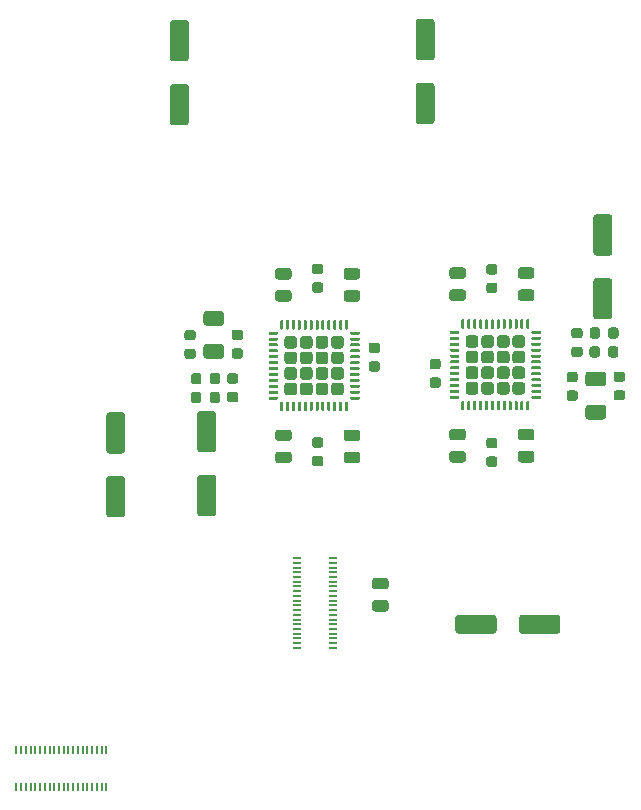
<source format=gtp>
G04 #@! TF.GenerationSoftware,KiCad,Pcbnew,(5.1.6)-1*
G04 #@! TF.CreationDate,2022-01-23T19:06:20-05:00*
G04 #@! TF.ProjectId,KiCad Schematic,4b694361-6420-4536-9368-656d61746963,rev?*
G04 #@! TF.SameCoordinates,Original*
G04 #@! TF.FileFunction,Paste,Top*
G04 #@! TF.FilePolarity,Positive*
%FSLAX46Y46*%
G04 Gerber Fmt 4.6, Leading zero omitted, Abs format (unit mm)*
G04 Created by KiCad (PCBNEW (5.1.6)-1) date 2022-01-23 19:06:20*
%MOMM*%
%LPD*%
G01*
G04 APERTURE LIST*
%ADD10R,0.700000X0.200000*%
%ADD11R,0.200000X0.700000*%
G04 APERTURE END LIST*
G36*
G01*
X77950000Y-136650000D02*
X79050000Y-136650000D01*
G75*
G02*
X79300000Y-136900000I0J-250000D01*
G01*
X79300000Y-139900000D01*
G75*
G02*
X79050000Y-140150000I-250000J0D01*
G01*
X77950000Y-140150000D01*
G75*
G02*
X77700000Y-139900000I0J250000D01*
G01*
X77700000Y-136900000D01*
G75*
G02*
X77950000Y-136650000I250000J0D01*
G01*
G37*
G36*
G01*
X77950000Y-131250000D02*
X79050000Y-131250000D01*
G75*
G02*
X79300000Y-131500000I0J-250000D01*
G01*
X79300000Y-134500000D01*
G75*
G02*
X79050000Y-134750000I-250000J0D01*
G01*
X77950000Y-134750000D01*
G75*
G02*
X77700000Y-134500000I0J250000D01*
G01*
X77700000Y-131500000D01*
G75*
G02*
X77950000Y-131250000I250000J0D01*
G01*
G37*
G36*
G01*
X98750000Y-136550000D02*
X99850000Y-136550000D01*
G75*
G02*
X100100000Y-136800000I0J-250000D01*
G01*
X100100000Y-139800000D01*
G75*
G02*
X99850000Y-140050000I-250000J0D01*
G01*
X98750000Y-140050000D01*
G75*
G02*
X98500000Y-139800000I0J250000D01*
G01*
X98500000Y-136800000D01*
G75*
G02*
X98750000Y-136550000I250000J0D01*
G01*
G37*
G36*
G01*
X98750000Y-131150000D02*
X99850000Y-131150000D01*
G75*
G02*
X100100000Y-131400000I0J-250000D01*
G01*
X100100000Y-134400000D01*
G75*
G02*
X99850000Y-134650000I-250000J0D01*
G01*
X98750000Y-134650000D01*
G75*
G02*
X98500000Y-134400000I0J250000D01*
G01*
X98500000Y-131400000D01*
G75*
G02*
X98750000Y-131150000I250000J0D01*
G01*
G37*
G36*
G01*
X105350000Y-181850000D02*
X105350000Y-182950000D01*
G75*
G02*
X105100000Y-183200000I-250000J0D01*
G01*
X102100000Y-183200000D01*
G75*
G02*
X101850000Y-182950000I0J250000D01*
G01*
X101850000Y-181850000D01*
G75*
G02*
X102100000Y-181600000I250000J0D01*
G01*
X105100000Y-181600000D01*
G75*
G02*
X105350000Y-181850000I0J-250000D01*
G01*
G37*
G36*
G01*
X110750000Y-181850000D02*
X110750000Y-182950000D01*
G75*
G02*
X110500000Y-183200000I-250000J0D01*
G01*
X107500000Y-183200000D01*
G75*
G02*
X107250000Y-182950000I0J250000D01*
G01*
X107250000Y-181850000D01*
G75*
G02*
X107500000Y-181600000I250000J0D01*
G01*
X110500000Y-181600000D01*
G75*
G02*
X110750000Y-181850000I0J-250000D01*
G01*
G37*
G36*
G01*
X95043750Y-180350000D02*
X95956250Y-180350000D01*
G75*
G02*
X96200000Y-180593750I0J-243750D01*
G01*
X96200000Y-181081250D01*
G75*
G02*
X95956250Y-181325000I-243750J0D01*
G01*
X95043750Y-181325000D01*
G75*
G02*
X94800000Y-181081250I0J243750D01*
G01*
X94800000Y-180593750D01*
G75*
G02*
X95043750Y-180350000I243750J0D01*
G01*
G37*
G36*
G01*
X95043750Y-178475000D02*
X95956250Y-178475000D01*
G75*
G02*
X96200000Y-178718750I0J-243750D01*
G01*
X96200000Y-179206250D01*
G75*
G02*
X95956250Y-179450000I-243750J0D01*
G01*
X95043750Y-179450000D01*
G75*
G02*
X94800000Y-179206250I0J243750D01*
G01*
X94800000Y-178718750D01*
G75*
G02*
X95043750Y-178475000I243750J0D01*
G01*
G37*
D10*
X88460000Y-178000000D03*
X88460000Y-180800000D03*
X91540000Y-178000000D03*
X91540000Y-179600000D03*
X91540000Y-178400000D03*
X91540000Y-181200000D03*
X91540000Y-181600000D03*
X88460000Y-177600000D03*
X91540000Y-177600000D03*
X88460000Y-182400000D03*
X88460000Y-181600000D03*
X91540000Y-182400000D03*
X91540000Y-178800000D03*
X88460000Y-180400000D03*
X88460000Y-179200000D03*
X88460000Y-179600000D03*
X91540000Y-182000000D03*
X88460000Y-181200000D03*
X91540000Y-180400000D03*
X88460000Y-180000000D03*
X88460000Y-178800000D03*
X91540000Y-179200000D03*
X91540000Y-177200000D03*
X88460000Y-177200000D03*
X88460000Y-176800000D03*
X91540000Y-180800000D03*
X91540000Y-176800000D03*
X91540000Y-180000000D03*
X88460000Y-178400000D03*
X88460000Y-182000000D03*
X88460000Y-183200000D03*
X91540000Y-183200000D03*
X91540000Y-182800000D03*
X91540000Y-184000000D03*
X91540000Y-184400000D03*
X88460000Y-183600000D03*
X91540000Y-183600000D03*
X88460000Y-182800000D03*
X88460000Y-184400000D03*
X88460000Y-184000000D03*
D11*
X71100000Y-193060000D03*
X68300000Y-193060000D03*
X71100000Y-196140000D03*
X69500000Y-196140000D03*
X70700000Y-196140000D03*
X67900000Y-196140000D03*
X67500000Y-196140000D03*
X71500000Y-193060000D03*
X71500000Y-196140000D03*
X66700000Y-193060000D03*
X67500000Y-193060000D03*
X66700000Y-196140000D03*
X70300000Y-196140000D03*
X68700000Y-193060000D03*
X69900000Y-193060000D03*
X69500000Y-193060000D03*
X67100000Y-196140000D03*
X67900000Y-193060000D03*
X68700000Y-196140000D03*
X69100000Y-193060000D03*
X70300000Y-193060000D03*
X69900000Y-196140000D03*
X71900000Y-196140000D03*
X71900000Y-193060000D03*
X72300000Y-193060000D03*
X68300000Y-196140000D03*
X72300000Y-196140000D03*
X69100000Y-196140000D03*
X70700000Y-193060000D03*
X67100000Y-193060000D03*
X65900000Y-193060000D03*
X65900000Y-196140000D03*
X66300000Y-196140000D03*
X65100000Y-196140000D03*
X64700000Y-196140000D03*
X65500000Y-193060000D03*
X65500000Y-196140000D03*
X66300000Y-193060000D03*
X64700000Y-193060000D03*
X65100000Y-193060000D03*
G36*
G01*
X102735000Y-158745000D02*
X102735000Y-158175000D01*
G75*
G02*
X102985000Y-157925000I250000J0D01*
G01*
X103555000Y-157925000D01*
G75*
G02*
X103805000Y-158175000I0J-250000D01*
G01*
X103805000Y-158745000D01*
G75*
G02*
X103555000Y-158995000I-250000J0D01*
G01*
X102985000Y-158995000D01*
G75*
G02*
X102735000Y-158745000I0J250000D01*
G01*
G37*
G36*
G01*
X102735000Y-160065000D02*
X102735000Y-159495000D01*
G75*
G02*
X102985000Y-159245000I250000J0D01*
G01*
X103555000Y-159245000D01*
G75*
G02*
X103805000Y-159495000I0J-250000D01*
G01*
X103805000Y-160065000D01*
G75*
G02*
X103555000Y-160315000I-250000J0D01*
G01*
X102985000Y-160315000D01*
G75*
G02*
X102735000Y-160065000I0J250000D01*
G01*
G37*
G36*
G01*
X102735000Y-161385000D02*
X102735000Y-160815000D01*
G75*
G02*
X102985000Y-160565000I250000J0D01*
G01*
X103555000Y-160565000D01*
G75*
G02*
X103805000Y-160815000I0J-250000D01*
G01*
X103805000Y-161385000D01*
G75*
G02*
X103555000Y-161635000I-250000J0D01*
G01*
X102985000Y-161635000D01*
G75*
G02*
X102735000Y-161385000I0J250000D01*
G01*
G37*
G36*
G01*
X102735000Y-162705000D02*
X102735000Y-162135000D01*
G75*
G02*
X102985000Y-161885000I250000J0D01*
G01*
X103555000Y-161885000D01*
G75*
G02*
X103805000Y-162135000I0J-250000D01*
G01*
X103805000Y-162705000D01*
G75*
G02*
X103555000Y-162955000I-250000J0D01*
G01*
X102985000Y-162955000D01*
G75*
G02*
X102735000Y-162705000I0J250000D01*
G01*
G37*
G36*
G01*
X104055000Y-158745000D02*
X104055000Y-158175000D01*
G75*
G02*
X104305000Y-157925000I250000J0D01*
G01*
X104875000Y-157925000D01*
G75*
G02*
X105125000Y-158175000I0J-250000D01*
G01*
X105125000Y-158745000D01*
G75*
G02*
X104875000Y-158995000I-250000J0D01*
G01*
X104305000Y-158995000D01*
G75*
G02*
X104055000Y-158745000I0J250000D01*
G01*
G37*
G36*
G01*
X104055000Y-160065000D02*
X104055000Y-159495000D01*
G75*
G02*
X104305000Y-159245000I250000J0D01*
G01*
X104875000Y-159245000D01*
G75*
G02*
X105125000Y-159495000I0J-250000D01*
G01*
X105125000Y-160065000D01*
G75*
G02*
X104875000Y-160315000I-250000J0D01*
G01*
X104305000Y-160315000D01*
G75*
G02*
X104055000Y-160065000I0J250000D01*
G01*
G37*
G36*
G01*
X104055000Y-161385000D02*
X104055000Y-160815000D01*
G75*
G02*
X104305000Y-160565000I250000J0D01*
G01*
X104875000Y-160565000D01*
G75*
G02*
X105125000Y-160815000I0J-250000D01*
G01*
X105125000Y-161385000D01*
G75*
G02*
X104875000Y-161635000I-250000J0D01*
G01*
X104305000Y-161635000D01*
G75*
G02*
X104055000Y-161385000I0J250000D01*
G01*
G37*
G36*
G01*
X104055000Y-162705000D02*
X104055000Y-162135000D01*
G75*
G02*
X104305000Y-161885000I250000J0D01*
G01*
X104875000Y-161885000D01*
G75*
G02*
X105125000Y-162135000I0J-250000D01*
G01*
X105125000Y-162705000D01*
G75*
G02*
X104875000Y-162955000I-250000J0D01*
G01*
X104305000Y-162955000D01*
G75*
G02*
X104055000Y-162705000I0J250000D01*
G01*
G37*
G36*
G01*
X105375000Y-158745000D02*
X105375000Y-158175000D01*
G75*
G02*
X105625000Y-157925000I250000J0D01*
G01*
X106195000Y-157925000D01*
G75*
G02*
X106445000Y-158175000I0J-250000D01*
G01*
X106445000Y-158745000D01*
G75*
G02*
X106195000Y-158995000I-250000J0D01*
G01*
X105625000Y-158995000D01*
G75*
G02*
X105375000Y-158745000I0J250000D01*
G01*
G37*
G36*
G01*
X105375000Y-160065000D02*
X105375000Y-159495000D01*
G75*
G02*
X105625000Y-159245000I250000J0D01*
G01*
X106195000Y-159245000D01*
G75*
G02*
X106445000Y-159495000I0J-250000D01*
G01*
X106445000Y-160065000D01*
G75*
G02*
X106195000Y-160315000I-250000J0D01*
G01*
X105625000Y-160315000D01*
G75*
G02*
X105375000Y-160065000I0J250000D01*
G01*
G37*
G36*
G01*
X105375000Y-161385000D02*
X105375000Y-160815000D01*
G75*
G02*
X105625000Y-160565000I250000J0D01*
G01*
X106195000Y-160565000D01*
G75*
G02*
X106445000Y-160815000I0J-250000D01*
G01*
X106445000Y-161385000D01*
G75*
G02*
X106195000Y-161635000I-250000J0D01*
G01*
X105625000Y-161635000D01*
G75*
G02*
X105375000Y-161385000I0J250000D01*
G01*
G37*
G36*
G01*
X105375000Y-162705000D02*
X105375000Y-162135000D01*
G75*
G02*
X105625000Y-161885000I250000J0D01*
G01*
X106195000Y-161885000D01*
G75*
G02*
X106445000Y-162135000I0J-250000D01*
G01*
X106445000Y-162705000D01*
G75*
G02*
X106195000Y-162955000I-250000J0D01*
G01*
X105625000Y-162955000D01*
G75*
G02*
X105375000Y-162705000I0J250000D01*
G01*
G37*
G36*
G01*
X106695000Y-158745000D02*
X106695000Y-158175000D01*
G75*
G02*
X106945000Y-157925000I250000J0D01*
G01*
X107515000Y-157925000D01*
G75*
G02*
X107765000Y-158175000I0J-250000D01*
G01*
X107765000Y-158745000D01*
G75*
G02*
X107515000Y-158995000I-250000J0D01*
G01*
X106945000Y-158995000D01*
G75*
G02*
X106695000Y-158745000I0J250000D01*
G01*
G37*
G36*
G01*
X106695000Y-160065000D02*
X106695000Y-159495000D01*
G75*
G02*
X106945000Y-159245000I250000J0D01*
G01*
X107515000Y-159245000D01*
G75*
G02*
X107765000Y-159495000I0J-250000D01*
G01*
X107765000Y-160065000D01*
G75*
G02*
X107515000Y-160315000I-250000J0D01*
G01*
X106945000Y-160315000D01*
G75*
G02*
X106695000Y-160065000I0J250000D01*
G01*
G37*
G36*
G01*
X106695000Y-161385000D02*
X106695000Y-160815000D01*
G75*
G02*
X106945000Y-160565000I250000J0D01*
G01*
X107515000Y-160565000D01*
G75*
G02*
X107765000Y-160815000I0J-250000D01*
G01*
X107765000Y-161385000D01*
G75*
G02*
X107515000Y-161635000I-250000J0D01*
G01*
X106945000Y-161635000D01*
G75*
G02*
X106695000Y-161385000I0J250000D01*
G01*
G37*
G36*
G01*
X106695000Y-162705000D02*
X106695000Y-162135000D01*
G75*
G02*
X106945000Y-161885000I250000J0D01*
G01*
X107515000Y-161885000D01*
G75*
G02*
X107765000Y-162135000I0J-250000D01*
G01*
X107765000Y-162705000D01*
G75*
G02*
X107515000Y-162955000I-250000J0D01*
G01*
X106945000Y-162955000D01*
G75*
G02*
X106695000Y-162705000I0J250000D01*
G01*
G37*
G36*
G01*
X101400000Y-157752500D02*
X101400000Y-157627500D01*
G75*
G02*
X101462500Y-157565000I62500J0D01*
G01*
X102137500Y-157565000D01*
G75*
G02*
X102200000Y-157627500I0J-62500D01*
G01*
X102200000Y-157752500D01*
G75*
G02*
X102137500Y-157815000I-62500J0D01*
G01*
X101462500Y-157815000D01*
G75*
G02*
X101400000Y-157752500I0J62500D01*
G01*
G37*
G36*
G01*
X101400000Y-158252500D02*
X101400000Y-158127500D01*
G75*
G02*
X101462500Y-158065000I62500J0D01*
G01*
X102137500Y-158065000D01*
G75*
G02*
X102200000Y-158127500I0J-62500D01*
G01*
X102200000Y-158252500D01*
G75*
G02*
X102137500Y-158315000I-62500J0D01*
G01*
X101462500Y-158315000D01*
G75*
G02*
X101400000Y-158252500I0J62500D01*
G01*
G37*
G36*
G01*
X101400000Y-158752500D02*
X101400000Y-158627500D01*
G75*
G02*
X101462500Y-158565000I62500J0D01*
G01*
X102137500Y-158565000D01*
G75*
G02*
X102200000Y-158627500I0J-62500D01*
G01*
X102200000Y-158752500D01*
G75*
G02*
X102137500Y-158815000I-62500J0D01*
G01*
X101462500Y-158815000D01*
G75*
G02*
X101400000Y-158752500I0J62500D01*
G01*
G37*
G36*
G01*
X101400000Y-159252500D02*
X101400000Y-159127500D01*
G75*
G02*
X101462500Y-159065000I62500J0D01*
G01*
X102137500Y-159065000D01*
G75*
G02*
X102200000Y-159127500I0J-62500D01*
G01*
X102200000Y-159252500D01*
G75*
G02*
X102137500Y-159315000I-62500J0D01*
G01*
X101462500Y-159315000D01*
G75*
G02*
X101400000Y-159252500I0J62500D01*
G01*
G37*
G36*
G01*
X101400000Y-159752500D02*
X101400000Y-159627500D01*
G75*
G02*
X101462500Y-159565000I62500J0D01*
G01*
X102137500Y-159565000D01*
G75*
G02*
X102200000Y-159627500I0J-62500D01*
G01*
X102200000Y-159752500D01*
G75*
G02*
X102137500Y-159815000I-62500J0D01*
G01*
X101462500Y-159815000D01*
G75*
G02*
X101400000Y-159752500I0J62500D01*
G01*
G37*
G36*
G01*
X101400000Y-160252500D02*
X101400000Y-160127500D01*
G75*
G02*
X101462500Y-160065000I62500J0D01*
G01*
X102137500Y-160065000D01*
G75*
G02*
X102200000Y-160127500I0J-62500D01*
G01*
X102200000Y-160252500D01*
G75*
G02*
X102137500Y-160315000I-62500J0D01*
G01*
X101462500Y-160315000D01*
G75*
G02*
X101400000Y-160252500I0J62500D01*
G01*
G37*
G36*
G01*
X101400000Y-160752500D02*
X101400000Y-160627500D01*
G75*
G02*
X101462500Y-160565000I62500J0D01*
G01*
X102137500Y-160565000D01*
G75*
G02*
X102200000Y-160627500I0J-62500D01*
G01*
X102200000Y-160752500D01*
G75*
G02*
X102137500Y-160815000I-62500J0D01*
G01*
X101462500Y-160815000D01*
G75*
G02*
X101400000Y-160752500I0J62500D01*
G01*
G37*
G36*
G01*
X101400000Y-161252500D02*
X101400000Y-161127500D01*
G75*
G02*
X101462500Y-161065000I62500J0D01*
G01*
X102137500Y-161065000D01*
G75*
G02*
X102200000Y-161127500I0J-62500D01*
G01*
X102200000Y-161252500D01*
G75*
G02*
X102137500Y-161315000I-62500J0D01*
G01*
X101462500Y-161315000D01*
G75*
G02*
X101400000Y-161252500I0J62500D01*
G01*
G37*
G36*
G01*
X101400000Y-161752500D02*
X101400000Y-161627500D01*
G75*
G02*
X101462500Y-161565000I62500J0D01*
G01*
X102137500Y-161565000D01*
G75*
G02*
X102200000Y-161627500I0J-62500D01*
G01*
X102200000Y-161752500D01*
G75*
G02*
X102137500Y-161815000I-62500J0D01*
G01*
X101462500Y-161815000D01*
G75*
G02*
X101400000Y-161752500I0J62500D01*
G01*
G37*
G36*
G01*
X101400000Y-162252500D02*
X101400000Y-162127500D01*
G75*
G02*
X101462500Y-162065000I62500J0D01*
G01*
X102137500Y-162065000D01*
G75*
G02*
X102200000Y-162127500I0J-62500D01*
G01*
X102200000Y-162252500D01*
G75*
G02*
X102137500Y-162315000I-62500J0D01*
G01*
X101462500Y-162315000D01*
G75*
G02*
X101400000Y-162252500I0J62500D01*
G01*
G37*
G36*
G01*
X101400000Y-162752500D02*
X101400000Y-162627500D01*
G75*
G02*
X101462500Y-162565000I62500J0D01*
G01*
X102137500Y-162565000D01*
G75*
G02*
X102200000Y-162627500I0J-62500D01*
G01*
X102200000Y-162752500D01*
G75*
G02*
X102137500Y-162815000I-62500J0D01*
G01*
X101462500Y-162815000D01*
G75*
G02*
X101400000Y-162752500I0J62500D01*
G01*
G37*
G36*
G01*
X101400000Y-163252500D02*
X101400000Y-163127500D01*
G75*
G02*
X101462500Y-163065000I62500J0D01*
G01*
X102137500Y-163065000D01*
G75*
G02*
X102200000Y-163127500I0J-62500D01*
G01*
X102200000Y-163252500D01*
G75*
G02*
X102137500Y-163315000I-62500J0D01*
G01*
X101462500Y-163315000D01*
G75*
G02*
X101400000Y-163252500I0J62500D01*
G01*
G37*
G36*
G01*
X102375000Y-164227500D02*
X102375000Y-163552500D01*
G75*
G02*
X102437500Y-163490000I62500J0D01*
G01*
X102562500Y-163490000D01*
G75*
G02*
X102625000Y-163552500I0J-62500D01*
G01*
X102625000Y-164227500D01*
G75*
G02*
X102562500Y-164290000I-62500J0D01*
G01*
X102437500Y-164290000D01*
G75*
G02*
X102375000Y-164227500I0J62500D01*
G01*
G37*
G36*
G01*
X102875000Y-164227500D02*
X102875000Y-163552500D01*
G75*
G02*
X102937500Y-163490000I62500J0D01*
G01*
X103062500Y-163490000D01*
G75*
G02*
X103125000Y-163552500I0J-62500D01*
G01*
X103125000Y-164227500D01*
G75*
G02*
X103062500Y-164290000I-62500J0D01*
G01*
X102937500Y-164290000D01*
G75*
G02*
X102875000Y-164227500I0J62500D01*
G01*
G37*
G36*
G01*
X103375000Y-164227500D02*
X103375000Y-163552500D01*
G75*
G02*
X103437500Y-163490000I62500J0D01*
G01*
X103562500Y-163490000D01*
G75*
G02*
X103625000Y-163552500I0J-62500D01*
G01*
X103625000Y-164227500D01*
G75*
G02*
X103562500Y-164290000I-62500J0D01*
G01*
X103437500Y-164290000D01*
G75*
G02*
X103375000Y-164227500I0J62500D01*
G01*
G37*
G36*
G01*
X103875000Y-164227500D02*
X103875000Y-163552500D01*
G75*
G02*
X103937500Y-163490000I62500J0D01*
G01*
X104062500Y-163490000D01*
G75*
G02*
X104125000Y-163552500I0J-62500D01*
G01*
X104125000Y-164227500D01*
G75*
G02*
X104062500Y-164290000I-62500J0D01*
G01*
X103937500Y-164290000D01*
G75*
G02*
X103875000Y-164227500I0J62500D01*
G01*
G37*
G36*
G01*
X104375000Y-164227500D02*
X104375000Y-163552500D01*
G75*
G02*
X104437500Y-163490000I62500J0D01*
G01*
X104562500Y-163490000D01*
G75*
G02*
X104625000Y-163552500I0J-62500D01*
G01*
X104625000Y-164227500D01*
G75*
G02*
X104562500Y-164290000I-62500J0D01*
G01*
X104437500Y-164290000D01*
G75*
G02*
X104375000Y-164227500I0J62500D01*
G01*
G37*
G36*
G01*
X104875000Y-164227500D02*
X104875000Y-163552500D01*
G75*
G02*
X104937500Y-163490000I62500J0D01*
G01*
X105062500Y-163490000D01*
G75*
G02*
X105125000Y-163552500I0J-62500D01*
G01*
X105125000Y-164227500D01*
G75*
G02*
X105062500Y-164290000I-62500J0D01*
G01*
X104937500Y-164290000D01*
G75*
G02*
X104875000Y-164227500I0J62500D01*
G01*
G37*
G36*
G01*
X105375000Y-164227500D02*
X105375000Y-163552500D01*
G75*
G02*
X105437500Y-163490000I62500J0D01*
G01*
X105562500Y-163490000D01*
G75*
G02*
X105625000Y-163552500I0J-62500D01*
G01*
X105625000Y-164227500D01*
G75*
G02*
X105562500Y-164290000I-62500J0D01*
G01*
X105437500Y-164290000D01*
G75*
G02*
X105375000Y-164227500I0J62500D01*
G01*
G37*
G36*
G01*
X105875000Y-164227500D02*
X105875000Y-163552500D01*
G75*
G02*
X105937500Y-163490000I62500J0D01*
G01*
X106062500Y-163490000D01*
G75*
G02*
X106125000Y-163552500I0J-62500D01*
G01*
X106125000Y-164227500D01*
G75*
G02*
X106062500Y-164290000I-62500J0D01*
G01*
X105937500Y-164290000D01*
G75*
G02*
X105875000Y-164227500I0J62500D01*
G01*
G37*
G36*
G01*
X106375000Y-164227500D02*
X106375000Y-163552500D01*
G75*
G02*
X106437500Y-163490000I62500J0D01*
G01*
X106562500Y-163490000D01*
G75*
G02*
X106625000Y-163552500I0J-62500D01*
G01*
X106625000Y-164227500D01*
G75*
G02*
X106562500Y-164290000I-62500J0D01*
G01*
X106437500Y-164290000D01*
G75*
G02*
X106375000Y-164227500I0J62500D01*
G01*
G37*
G36*
G01*
X106875000Y-164227500D02*
X106875000Y-163552500D01*
G75*
G02*
X106937500Y-163490000I62500J0D01*
G01*
X107062500Y-163490000D01*
G75*
G02*
X107125000Y-163552500I0J-62500D01*
G01*
X107125000Y-164227500D01*
G75*
G02*
X107062500Y-164290000I-62500J0D01*
G01*
X106937500Y-164290000D01*
G75*
G02*
X106875000Y-164227500I0J62500D01*
G01*
G37*
G36*
G01*
X107375000Y-164227500D02*
X107375000Y-163552500D01*
G75*
G02*
X107437500Y-163490000I62500J0D01*
G01*
X107562500Y-163490000D01*
G75*
G02*
X107625000Y-163552500I0J-62500D01*
G01*
X107625000Y-164227500D01*
G75*
G02*
X107562500Y-164290000I-62500J0D01*
G01*
X107437500Y-164290000D01*
G75*
G02*
X107375000Y-164227500I0J62500D01*
G01*
G37*
G36*
G01*
X107875000Y-164227500D02*
X107875000Y-163552500D01*
G75*
G02*
X107937500Y-163490000I62500J0D01*
G01*
X108062500Y-163490000D01*
G75*
G02*
X108125000Y-163552500I0J-62500D01*
G01*
X108125000Y-164227500D01*
G75*
G02*
X108062500Y-164290000I-62500J0D01*
G01*
X107937500Y-164290000D01*
G75*
G02*
X107875000Y-164227500I0J62500D01*
G01*
G37*
G36*
G01*
X108300000Y-163252500D02*
X108300000Y-163127500D01*
G75*
G02*
X108362500Y-163065000I62500J0D01*
G01*
X109037500Y-163065000D01*
G75*
G02*
X109100000Y-163127500I0J-62500D01*
G01*
X109100000Y-163252500D01*
G75*
G02*
X109037500Y-163315000I-62500J0D01*
G01*
X108362500Y-163315000D01*
G75*
G02*
X108300000Y-163252500I0J62500D01*
G01*
G37*
G36*
G01*
X108300000Y-162752500D02*
X108300000Y-162627500D01*
G75*
G02*
X108362500Y-162565000I62500J0D01*
G01*
X109037500Y-162565000D01*
G75*
G02*
X109100000Y-162627500I0J-62500D01*
G01*
X109100000Y-162752500D01*
G75*
G02*
X109037500Y-162815000I-62500J0D01*
G01*
X108362500Y-162815000D01*
G75*
G02*
X108300000Y-162752500I0J62500D01*
G01*
G37*
G36*
G01*
X108300000Y-162252500D02*
X108300000Y-162127500D01*
G75*
G02*
X108362500Y-162065000I62500J0D01*
G01*
X109037500Y-162065000D01*
G75*
G02*
X109100000Y-162127500I0J-62500D01*
G01*
X109100000Y-162252500D01*
G75*
G02*
X109037500Y-162315000I-62500J0D01*
G01*
X108362500Y-162315000D01*
G75*
G02*
X108300000Y-162252500I0J62500D01*
G01*
G37*
G36*
G01*
X108300000Y-161752500D02*
X108300000Y-161627500D01*
G75*
G02*
X108362500Y-161565000I62500J0D01*
G01*
X109037500Y-161565000D01*
G75*
G02*
X109100000Y-161627500I0J-62500D01*
G01*
X109100000Y-161752500D01*
G75*
G02*
X109037500Y-161815000I-62500J0D01*
G01*
X108362500Y-161815000D01*
G75*
G02*
X108300000Y-161752500I0J62500D01*
G01*
G37*
G36*
G01*
X108300000Y-161252500D02*
X108300000Y-161127500D01*
G75*
G02*
X108362500Y-161065000I62500J0D01*
G01*
X109037500Y-161065000D01*
G75*
G02*
X109100000Y-161127500I0J-62500D01*
G01*
X109100000Y-161252500D01*
G75*
G02*
X109037500Y-161315000I-62500J0D01*
G01*
X108362500Y-161315000D01*
G75*
G02*
X108300000Y-161252500I0J62500D01*
G01*
G37*
G36*
G01*
X108300000Y-160752500D02*
X108300000Y-160627500D01*
G75*
G02*
X108362500Y-160565000I62500J0D01*
G01*
X109037500Y-160565000D01*
G75*
G02*
X109100000Y-160627500I0J-62500D01*
G01*
X109100000Y-160752500D01*
G75*
G02*
X109037500Y-160815000I-62500J0D01*
G01*
X108362500Y-160815000D01*
G75*
G02*
X108300000Y-160752500I0J62500D01*
G01*
G37*
G36*
G01*
X108300000Y-160252500D02*
X108300000Y-160127500D01*
G75*
G02*
X108362500Y-160065000I62500J0D01*
G01*
X109037500Y-160065000D01*
G75*
G02*
X109100000Y-160127500I0J-62500D01*
G01*
X109100000Y-160252500D01*
G75*
G02*
X109037500Y-160315000I-62500J0D01*
G01*
X108362500Y-160315000D01*
G75*
G02*
X108300000Y-160252500I0J62500D01*
G01*
G37*
G36*
G01*
X108300000Y-159752500D02*
X108300000Y-159627500D01*
G75*
G02*
X108362500Y-159565000I62500J0D01*
G01*
X109037500Y-159565000D01*
G75*
G02*
X109100000Y-159627500I0J-62500D01*
G01*
X109100000Y-159752500D01*
G75*
G02*
X109037500Y-159815000I-62500J0D01*
G01*
X108362500Y-159815000D01*
G75*
G02*
X108300000Y-159752500I0J62500D01*
G01*
G37*
G36*
G01*
X108300000Y-159252500D02*
X108300000Y-159127500D01*
G75*
G02*
X108362500Y-159065000I62500J0D01*
G01*
X109037500Y-159065000D01*
G75*
G02*
X109100000Y-159127500I0J-62500D01*
G01*
X109100000Y-159252500D01*
G75*
G02*
X109037500Y-159315000I-62500J0D01*
G01*
X108362500Y-159315000D01*
G75*
G02*
X108300000Y-159252500I0J62500D01*
G01*
G37*
G36*
G01*
X108300000Y-158752500D02*
X108300000Y-158627500D01*
G75*
G02*
X108362500Y-158565000I62500J0D01*
G01*
X109037500Y-158565000D01*
G75*
G02*
X109100000Y-158627500I0J-62500D01*
G01*
X109100000Y-158752500D01*
G75*
G02*
X109037500Y-158815000I-62500J0D01*
G01*
X108362500Y-158815000D01*
G75*
G02*
X108300000Y-158752500I0J62500D01*
G01*
G37*
G36*
G01*
X108300000Y-158252500D02*
X108300000Y-158127500D01*
G75*
G02*
X108362500Y-158065000I62500J0D01*
G01*
X109037500Y-158065000D01*
G75*
G02*
X109100000Y-158127500I0J-62500D01*
G01*
X109100000Y-158252500D01*
G75*
G02*
X109037500Y-158315000I-62500J0D01*
G01*
X108362500Y-158315000D01*
G75*
G02*
X108300000Y-158252500I0J62500D01*
G01*
G37*
G36*
G01*
X108300000Y-157752500D02*
X108300000Y-157627500D01*
G75*
G02*
X108362500Y-157565000I62500J0D01*
G01*
X109037500Y-157565000D01*
G75*
G02*
X109100000Y-157627500I0J-62500D01*
G01*
X109100000Y-157752500D01*
G75*
G02*
X109037500Y-157815000I-62500J0D01*
G01*
X108362500Y-157815000D01*
G75*
G02*
X108300000Y-157752500I0J62500D01*
G01*
G37*
G36*
G01*
X107875000Y-157327500D02*
X107875000Y-156652500D01*
G75*
G02*
X107937500Y-156590000I62500J0D01*
G01*
X108062500Y-156590000D01*
G75*
G02*
X108125000Y-156652500I0J-62500D01*
G01*
X108125000Y-157327500D01*
G75*
G02*
X108062500Y-157390000I-62500J0D01*
G01*
X107937500Y-157390000D01*
G75*
G02*
X107875000Y-157327500I0J62500D01*
G01*
G37*
G36*
G01*
X107375000Y-157327500D02*
X107375000Y-156652500D01*
G75*
G02*
X107437500Y-156590000I62500J0D01*
G01*
X107562500Y-156590000D01*
G75*
G02*
X107625000Y-156652500I0J-62500D01*
G01*
X107625000Y-157327500D01*
G75*
G02*
X107562500Y-157390000I-62500J0D01*
G01*
X107437500Y-157390000D01*
G75*
G02*
X107375000Y-157327500I0J62500D01*
G01*
G37*
G36*
G01*
X106875000Y-157327500D02*
X106875000Y-156652500D01*
G75*
G02*
X106937500Y-156590000I62500J0D01*
G01*
X107062500Y-156590000D01*
G75*
G02*
X107125000Y-156652500I0J-62500D01*
G01*
X107125000Y-157327500D01*
G75*
G02*
X107062500Y-157390000I-62500J0D01*
G01*
X106937500Y-157390000D01*
G75*
G02*
X106875000Y-157327500I0J62500D01*
G01*
G37*
G36*
G01*
X106375000Y-157327500D02*
X106375000Y-156652500D01*
G75*
G02*
X106437500Y-156590000I62500J0D01*
G01*
X106562500Y-156590000D01*
G75*
G02*
X106625000Y-156652500I0J-62500D01*
G01*
X106625000Y-157327500D01*
G75*
G02*
X106562500Y-157390000I-62500J0D01*
G01*
X106437500Y-157390000D01*
G75*
G02*
X106375000Y-157327500I0J62500D01*
G01*
G37*
G36*
G01*
X105875000Y-157327500D02*
X105875000Y-156652500D01*
G75*
G02*
X105937500Y-156590000I62500J0D01*
G01*
X106062500Y-156590000D01*
G75*
G02*
X106125000Y-156652500I0J-62500D01*
G01*
X106125000Y-157327500D01*
G75*
G02*
X106062500Y-157390000I-62500J0D01*
G01*
X105937500Y-157390000D01*
G75*
G02*
X105875000Y-157327500I0J62500D01*
G01*
G37*
G36*
G01*
X105375000Y-157327500D02*
X105375000Y-156652500D01*
G75*
G02*
X105437500Y-156590000I62500J0D01*
G01*
X105562500Y-156590000D01*
G75*
G02*
X105625000Y-156652500I0J-62500D01*
G01*
X105625000Y-157327500D01*
G75*
G02*
X105562500Y-157390000I-62500J0D01*
G01*
X105437500Y-157390000D01*
G75*
G02*
X105375000Y-157327500I0J62500D01*
G01*
G37*
G36*
G01*
X104875000Y-157327500D02*
X104875000Y-156652500D01*
G75*
G02*
X104937500Y-156590000I62500J0D01*
G01*
X105062500Y-156590000D01*
G75*
G02*
X105125000Y-156652500I0J-62500D01*
G01*
X105125000Y-157327500D01*
G75*
G02*
X105062500Y-157390000I-62500J0D01*
G01*
X104937500Y-157390000D01*
G75*
G02*
X104875000Y-157327500I0J62500D01*
G01*
G37*
G36*
G01*
X104375000Y-157327500D02*
X104375000Y-156652500D01*
G75*
G02*
X104437500Y-156590000I62500J0D01*
G01*
X104562500Y-156590000D01*
G75*
G02*
X104625000Y-156652500I0J-62500D01*
G01*
X104625000Y-157327500D01*
G75*
G02*
X104562500Y-157390000I-62500J0D01*
G01*
X104437500Y-157390000D01*
G75*
G02*
X104375000Y-157327500I0J62500D01*
G01*
G37*
G36*
G01*
X103875000Y-157327500D02*
X103875000Y-156652500D01*
G75*
G02*
X103937500Y-156590000I62500J0D01*
G01*
X104062500Y-156590000D01*
G75*
G02*
X104125000Y-156652500I0J-62500D01*
G01*
X104125000Y-157327500D01*
G75*
G02*
X104062500Y-157390000I-62500J0D01*
G01*
X103937500Y-157390000D01*
G75*
G02*
X103875000Y-157327500I0J62500D01*
G01*
G37*
G36*
G01*
X103375000Y-157327500D02*
X103375000Y-156652500D01*
G75*
G02*
X103437500Y-156590000I62500J0D01*
G01*
X103562500Y-156590000D01*
G75*
G02*
X103625000Y-156652500I0J-62500D01*
G01*
X103625000Y-157327500D01*
G75*
G02*
X103562500Y-157390000I-62500J0D01*
G01*
X103437500Y-157390000D01*
G75*
G02*
X103375000Y-157327500I0J62500D01*
G01*
G37*
G36*
G01*
X102875000Y-157327500D02*
X102875000Y-156652500D01*
G75*
G02*
X102937500Y-156590000I62500J0D01*
G01*
X103062500Y-156590000D01*
G75*
G02*
X103125000Y-156652500I0J-62500D01*
G01*
X103125000Y-157327500D01*
G75*
G02*
X103062500Y-157390000I-62500J0D01*
G01*
X102937500Y-157390000D01*
G75*
G02*
X102875000Y-157327500I0J62500D01*
G01*
G37*
G36*
G01*
X102375000Y-157327500D02*
X102375000Y-156652500D01*
G75*
G02*
X102437500Y-156590000I62500J0D01*
G01*
X102562500Y-156590000D01*
G75*
G02*
X102625000Y-156652500I0J-62500D01*
G01*
X102625000Y-157327500D01*
G75*
G02*
X102562500Y-157390000I-62500J0D01*
G01*
X102437500Y-157390000D01*
G75*
G02*
X102375000Y-157327500I0J62500D01*
G01*
G37*
G36*
G01*
X92415000Y-162195000D02*
X92415000Y-162765000D01*
G75*
G02*
X92165000Y-163015000I-250000J0D01*
G01*
X91595000Y-163015000D01*
G75*
G02*
X91345000Y-162765000I0J250000D01*
G01*
X91345000Y-162195000D01*
G75*
G02*
X91595000Y-161945000I250000J0D01*
G01*
X92165000Y-161945000D01*
G75*
G02*
X92415000Y-162195000I0J-250000D01*
G01*
G37*
G36*
G01*
X92415000Y-160875000D02*
X92415000Y-161445000D01*
G75*
G02*
X92165000Y-161695000I-250000J0D01*
G01*
X91595000Y-161695000D01*
G75*
G02*
X91345000Y-161445000I0J250000D01*
G01*
X91345000Y-160875000D01*
G75*
G02*
X91595000Y-160625000I250000J0D01*
G01*
X92165000Y-160625000D01*
G75*
G02*
X92415000Y-160875000I0J-250000D01*
G01*
G37*
G36*
G01*
X92415000Y-159555000D02*
X92415000Y-160125000D01*
G75*
G02*
X92165000Y-160375000I-250000J0D01*
G01*
X91595000Y-160375000D01*
G75*
G02*
X91345000Y-160125000I0J250000D01*
G01*
X91345000Y-159555000D01*
G75*
G02*
X91595000Y-159305000I250000J0D01*
G01*
X92165000Y-159305000D01*
G75*
G02*
X92415000Y-159555000I0J-250000D01*
G01*
G37*
G36*
G01*
X92415000Y-158235000D02*
X92415000Y-158805000D01*
G75*
G02*
X92165000Y-159055000I-250000J0D01*
G01*
X91595000Y-159055000D01*
G75*
G02*
X91345000Y-158805000I0J250000D01*
G01*
X91345000Y-158235000D01*
G75*
G02*
X91595000Y-157985000I250000J0D01*
G01*
X92165000Y-157985000D01*
G75*
G02*
X92415000Y-158235000I0J-250000D01*
G01*
G37*
G36*
G01*
X91095000Y-162195000D02*
X91095000Y-162765000D01*
G75*
G02*
X90845000Y-163015000I-250000J0D01*
G01*
X90275000Y-163015000D01*
G75*
G02*
X90025000Y-162765000I0J250000D01*
G01*
X90025000Y-162195000D01*
G75*
G02*
X90275000Y-161945000I250000J0D01*
G01*
X90845000Y-161945000D01*
G75*
G02*
X91095000Y-162195000I0J-250000D01*
G01*
G37*
G36*
G01*
X91095000Y-160875000D02*
X91095000Y-161445000D01*
G75*
G02*
X90845000Y-161695000I-250000J0D01*
G01*
X90275000Y-161695000D01*
G75*
G02*
X90025000Y-161445000I0J250000D01*
G01*
X90025000Y-160875000D01*
G75*
G02*
X90275000Y-160625000I250000J0D01*
G01*
X90845000Y-160625000D01*
G75*
G02*
X91095000Y-160875000I0J-250000D01*
G01*
G37*
G36*
G01*
X91095000Y-159555000D02*
X91095000Y-160125000D01*
G75*
G02*
X90845000Y-160375000I-250000J0D01*
G01*
X90275000Y-160375000D01*
G75*
G02*
X90025000Y-160125000I0J250000D01*
G01*
X90025000Y-159555000D01*
G75*
G02*
X90275000Y-159305000I250000J0D01*
G01*
X90845000Y-159305000D01*
G75*
G02*
X91095000Y-159555000I0J-250000D01*
G01*
G37*
G36*
G01*
X91095000Y-158235000D02*
X91095000Y-158805000D01*
G75*
G02*
X90845000Y-159055000I-250000J0D01*
G01*
X90275000Y-159055000D01*
G75*
G02*
X90025000Y-158805000I0J250000D01*
G01*
X90025000Y-158235000D01*
G75*
G02*
X90275000Y-157985000I250000J0D01*
G01*
X90845000Y-157985000D01*
G75*
G02*
X91095000Y-158235000I0J-250000D01*
G01*
G37*
G36*
G01*
X89775000Y-162195000D02*
X89775000Y-162765000D01*
G75*
G02*
X89525000Y-163015000I-250000J0D01*
G01*
X88955000Y-163015000D01*
G75*
G02*
X88705000Y-162765000I0J250000D01*
G01*
X88705000Y-162195000D01*
G75*
G02*
X88955000Y-161945000I250000J0D01*
G01*
X89525000Y-161945000D01*
G75*
G02*
X89775000Y-162195000I0J-250000D01*
G01*
G37*
G36*
G01*
X89775000Y-160875000D02*
X89775000Y-161445000D01*
G75*
G02*
X89525000Y-161695000I-250000J0D01*
G01*
X88955000Y-161695000D01*
G75*
G02*
X88705000Y-161445000I0J250000D01*
G01*
X88705000Y-160875000D01*
G75*
G02*
X88955000Y-160625000I250000J0D01*
G01*
X89525000Y-160625000D01*
G75*
G02*
X89775000Y-160875000I0J-250000D01*
G01*
G37*
G36*
G01*
X89775000Y-159555000D02*
X89775000Y-160125000D01*
G75*
G02*
X89525000Y-160375000I-250000J0D01*
G01*
X88955000Y-160375000D01*
G75*
G02*
X88705000Y-160125000I0J250000D01*
G01*
X88705000Y-159555000D01*
G75*
G02*
X88955000Y-159305000I250000J0D01*
G01*
X89525000Y-159305000D01*
G75*
G02*
X89775000Y-159555000I0J-250000D01*
G01*
G37*
G36*
G01*
X89775000Y-158235000D02*
X89775000Y-158805000D01*
G75*
G02*
X89525000Y-159055000I-250000J0D01*
G01*
X88955000Y-159055000D01*
G75*
G02*
X88705000Y-158805000I0J250000D01*
G01*
X88705000Y-158235000D01*
G75*
G02*
X88955000Y-157985000I250000J0D01*
G01*
X89525000Y-157985000D01*
G75*
G02*
X89775000Y-158235000I0J-250000D01*
G01*
G37*
G36*
G01*
X88455000Y-162195000D02*
X88455000Y-162765000D01*
G75*
G02*
X88205000Y-163015000I-250000J0D01*
G01*
X87635000Y-163015000D01*
G75*
G02*
X87385000Y-162765000I0J250000D01*
G01*
X87385000Y-162195000D01*
G75*
G02*
X87635000Y-161945000I250000J0D01*
G01*
X88205000Y-161945000D01*
G75*
G02*
X88455000Y-162195000I0J-250000D01*
G01*
G37*
G36*
G01*
X88455000Y-160875000D02*
X88455000Y-161445000D01*
G75*
G02*
X88205000Y-161695000I-250000J0D01*
G01*
X87635000Y-161695000D01*
G75*
G02*
X87385000Y-161445000I0J250000D01*
G01*
X87385000Y-160875000D01*
G75*
G02*
X87635000Y-160625000I250000J0D01*
G01*
X88205000Y-160625000D01*
G75*
G02*
X88455000Y-160875000I0J-250000D01*
G01*
G37*
G36*
G01*
X88455000Y-159555000D02*
X88455000Y-160125000D01*
G75*
G02*
X88205000Y-160375000I-250000J0D01*
G01*
X87635000Y-160375000D01*
G75*
G02*
X87385000Y-160125000I0J250000D01*
G01*
X87385000Y-159555000D01*
G75*
G02*
X87635000Y-159305000I250000J0D01*
G01*
X88205000Y-159305000D01*
G75*
G02*
X88455000Y-159555000I0J-250000D01*
G01*
G37*
G36*
G01*
X88455000Y-158235000D02*
X88455000Y-158805000D01*
G75*
G02*
X88205000Y-159055000I-250000J0D01*
G01*
X87635000Y-159055000D01*
G75*
G02*
X87385000Y-158805000I0J250000D01*
G01*
X87385000Y-158235000D01*
G75*
G02*
X87635000Y-157985000I250000J0D01*
G01*
X88205000Y-157985000D01*
G75*
G02*
X88455000Y-158235000I0J-250000D01*
G01*
G37*
G36*
G01*
X93750000Y-163187500D02*
X93750000Y-163312500D01*
G75*
G02*
X93687500Y-163375000I-62500J0D01*
G01*
X93012500Y-163375000D01*
G75*
G02*
X92950000Y-163312500I0J62500D01*
G01*
X92950000Y-163187500D01*
G75*
G02*
X93012500Y-163125000I62500J0D01*
G01*
X93687500Y-163125000D01*
G75*
G02*
X93750000Y-163187500I0J-62500D01*
G01*
G37*
G36*
G01*
X93750000Y-162687500D02*
X93750000Y-162812500D01*
G75*
G02*
X93687500Y-162875000I-62500J0D01*
G01*
X93012500Y-162875000D01*
G75*
G02*
X92950000Y-162812500I0J62500D01*
G01*
X92950000Y-162687500D01*
G75*
G02*
X93012500Y-162625000I62500J0D01*
G01*
X93687500Y-162625000D01*
G75*
G02*
X93750000Y-162687500I0J-62500D01*
G01*
G37*
G36*
G01*
X93750000Y-162187500D02*
X93750000Y-162312500D01*
G75*
G02*
X93687500Y-162375000I-62500J0D01*
G01*
X93012500Y-162375000D01*
G75*
G02*
X92950000Y-162312500I0J62500D01*
G01*
X92950000Y-162187500D01*
G75*
G02*
X93012500Y-162125000I62500J0D01*
G01*
X93687500Y-162125000D01*
G75*
G02*
X93750000Y-162187500I0J-62500D01*
G01*
G37*
G36*
G01*
X93750000Y-161687500D02*
X93750000Y-161812500D01*
G75*
G02*
X93687500Y-161875000I-62500J0D01*
G01*
X93012500Y-161875000D01*
G75*
G02*
X92950000Y-161812500I0J62500D01*
G01*
X92950000Y-161687500D01*
G75*
G02*
X93012500Y-161625000I62500J0D01*
G01*
X93687500Y-161625000D01*
G75*
G02*
X93750000Y-161687500I0J-62500D01*
G01*
G37*
G36*
G01*
X93750000Y-161187500D02*
X93750000Y-161312500D01*
G75*
G02*
X93687500Y-161375000I-62500J0D01*
G01*
X93012500Y-161375000D01*
G75*
G02*
X92950000Y-161312500I0J62500D01*
G01*
X92950000Y-161187500D01*
G75*
G02*
X93012500Y-161125000I62500J0D01*
G01*
X93687500Y-161125000D01*
G75*
G02*
X93750000Y-161187500I0J-62500D01*
G01*
G37*
G36*
G01*
X93750000Y-160687500D02*
X93750000Y-160812500D01*
G75*
G02*
X93687500Y-160875000I-62500J0D01*
G01*
X93012500Y-160875000D01*
G75*
G02*
X92950000Y-160812500I0J62500D01*
G01*
X92950000Y-160687500D01*
G75*
G02*
X93012500Y-160625000I62500J0D01*
G01*
X93687500Y-160625000D01*
G75*
G02*
X93750000Y-160687500I0J-62500D01*
G01*
G37*
G36*
G01*
X93750000Y-160187500D02*
X93750000Y-160312500D01*
G75*
G02*
X93687500Y-160375000I-62500J0D01*
G01*
X93012500Y-160375000D01*
G75*
G02*
X92950000Y-160312500I0J62500D01*
G01*
X92950000Y-160187500D01*
G75*
G02*
X93012500Y-160125000I62500J0D01*
G01*
X93687500Y-160125000D01*
G75*
G02*
X93750000Y-160187500I0J-62500D01*
G01*
G37*
G36*
G01*
X93750000Y-159687500D02*
X93750000Y-159812500D01*
G75*
G02*
X93687500Y-159875000I-62500J0D01*
G01*
X93012500Y-159875000D01*
G75*
G02*
X92950000Y-159812500I0J62500D01*
G01*
X92950000Y-159687500D01*
G75*
G02*
X93012500Y-159625000I62500J0D01*
G01*
X93687500Y-159625000D01*
G75*
G02*
X93750000Y-159687500I0J-62500D01*
G01*
G37*
G36*
G01*
X93750000Y-159187500D02*
X93750000Y-159312500D01*
G75*
G02*
X93687500Y-159375000I-62500J0D01*
G01*
X93012500Y-159375000D01*
G75*
G02*
X92950000Y-159312500I0J62500D01*
G01*
X92950000Y-159187500D01*
G75*
G02*
X93012500Y-159125000I62500J0D01*
G01*
X93687500Y-159125000D01*
G75*
G02*
X93750000Y-159187500I0J-62500D01*
G01*
G37*
G36*
G01*
X93750000Y-158687500D02*
X93750000Y-158812500D01*
G75*
G02*
X93687500Y-158875000I-62500J0D01*
G01*
X93012500Y-158875000D01*
G75*
G02*
X92950000Y-158812500I0J62500D01*
G01*
X92950000Y-158687500D01*
G75*
G02*
X93012500Y-158625000I62500J0D01*
G01*
X93687500Y-158625000D01*
G75*
G02*
X93750000Y-158687500I0J-62500D01*
G01*
G37*
G36*
G01*
X93750000Y-158187500D02*
X93750000Y-158312500D01*
G75*
G02*
X93687500Y-158375000I-62500J0D01*
G01*
X93012500Y-158375000D01*
G75*
G02*
X92950000Y-158312500I0J62500D01*
G01*
X92950000Y-158187500D01*
G75*
G02*
X93012500Y-158125000I62500J0D01*
G01*
X93687500Y-158125000D01*
G75*
G02*
X93750000Y-158187500I0J-62500D01*
G01*
G37*
G36*
G01*
X93750000Y-157687500D02*
X93750000Y-157812500D01*
G75*
G02*
X93687500Y-157875000I-62500J0D01*
G01*
X93012500Y-157875000D01*
G75*
G02*
X92950000Y-157812500I0J62500D01*
G01*
X92950000Y-157687500D01*
G75*
G02*
X93012500Y-157625000I62500J0D01*
G01*
X93687500Y-157625000D01*
G75*
G02*
X93750000Y-157687500I0J-62500D01*
G01*
G37*
G36*
G01*
X92775000Y-156712500D02*
X92775000Y-157387500D01*
G75*
G02*
X92712500Y-157450000I-62500J0D01*
G01*
X92587500Y-157450000D01*
G75*
G02*
X92525000Y-157387500I0J62500D01*
G01*
X92525000Y-156712500D01*
G75*
G02*
X92587500Y-156650000I62500J0D01*
G01*
X92712500Y-156650000D01*
G75*
G02*
X92775000Y-156712500I0J-62500D01*
G01*
G37*
G36*
G01*
X92275000Y-156712500D02*
X92275000Y-157387500D01*
G75*
G02*
X92212500Y-157450000I-62500J0D01*
G01*
X92087500Y-157450000D01*
G75*
G02*
X92025000Y-157387500I0J62500D01*
G01*
X92025000Y-156712500D01*
G75*
G02*
X92087500Y-156650000I62500J0D01*
G01*
X92212500Y-156650000D01*
G75*
G02*
X92275000Y-156712500I0J-62500D01*
G01*
G37*
G36*
G01*
X91775000Y-156712500D02*
X91775000Y-157387500D01*
G75*
G02*
X91712500Y-157450000I-62500J0D01*
G01*
X91587500Y-157450000D01*
G75*
G02*
X91525000Y-157387500I0J62500D01*
G01*
X91525000Y-156712500D01*
G75*
G02*
X91587500Y-156650000I62500J0D01*
G01*
X91712500Y-156650000D01*
G75*
G02*
X91775000Y-156712500I0J-62500D01*
G01*
G37*
G36*
G01*
X91275000Y-156712500D02*
X91275000Y-157387500D01*
G75*
G02*
X91212500Y-157450000I-62500J0D01*
G01*
X91087500Y-157450000D01*
G75*
G02*
X91025000Y-157387500I0J62500D01*
G01*
X91025000Y-156712500D01*
G75*
G02*
X91087500Y-156650000I62500J0D01*
G01*
X91212500Y-156650000D01*
G75*
G02*
X91275000Y-156712500I0J-62500D01*
G01*
G37*
G36*
G01*
X90775000Y-156712500D02*
X90775000Y-157387500D01*
G75*
G02*
X90712500Y-157450000I-62500J0D01*
G01*
X90587500Y-157450000D01*
G75*
G02*
X90525000Y-157387500I0J62500D01*
G01*
X90525000Y-156712500D01*
G75*
G02*
X90587500Y-156650000I62500J0D01*
G01*
X90712500Y-156650000D01*
G75*
G02*
X90775000Y-156712500I0J-62500D01*
G01*
G37*
G36*
G01*
X90275000Y-156712500D02*
X90275000Y-157387500D01*
G75*
G02*
X90212500Y-157450000I-62500J0D01*
G01*
X90087500Y-157450000D01*
G75*
G02*
X90025000Y-157387500I0J62500D01*
G01*
X90025000Y-156712500D01*
G75*
G02*
X90087500Y-156650000I62500J0D01*
G01*
X90212500Y-156650000D01*
G75*
G02*
X90275000Y-156712500I0J-62500D01*
G01*
G37*
G36*
G01*
X89775000Y-156712500D02*
X89775000Y-157387500D01*
G75*
G02*
X89712500Y-157450000I-62500J0D01*
G01*
X89587500Y-157450000D01*
G75*
G02*
X89525000Y-157387500I0J62500D01*
G01*
X89525000Y-156712500D01*
G75*
G02*
X89587500Y-156650000I62500J0D01*
G01*
X89712500Y-156650000D01*
G75*
G02*
X89775000Y-156712500I0J-62500D01*
G01*
G37*
G36*
G01*
X89275000Y-156712500D02*
X89275000Y-157387500D01*
G75*
G02*
X89212500Y-157450000I-62500J0D01*
G01*
X89087500Y-157450000D01*
G75*
G02*
X89025000Y-157387500I0J62500D01*
G01*
X89025000Y-156712500D01*
G75*
G02*
X89087500Y-156650000I62500J0D01*
G01*
X89212500Y-156650000D01*
G75*
G02*
X89275000Y-156712500I0J-62500D01*
G01*
G37*
G36*
G01*
X88775000Y-156712500D02*
X88775000Y-157387500D01*
G75*
G02*
X88712500Y-157450000I-62500J0D01*
G01*
X88587500Y-157450000D01*
G75*
G02*
X88525000Y-157387500I0J62500D01*
G01*
X88525000Y-156712500D01*
G75*
G02*
X88587500Y-156650000I62500J0D01*
G01*
X88712500Y-156650000D01*
G75*
G02*
X88775000Y-156712500I0J-62500D01*
G01*
G37*
G36*
G01*
X88275000Y-156712500D02*
X88275000Y-157387500D01*
G75*
G02*
X88212500Y-157450000I-62500J0D01*
G01*
X88087500Y-157450000D01*
G75*
G02*
X88025000Y-157387500I0J62500D01*
G01*
X88025000Y-156712500D01*
G75*
G02*
X88087500Y-156650000I62500J0D01*
G01*
X88212500Y-156650000D01*
G75*
G02*
X88275000Y-156712500I0J-62500D01*
G01*
G37*
G36*
G01*
X87775000Y-156712500D02*
X87775000Y-157387500D01*
G75*
G02*
X87712500Y-157450000I-62500J0D01*
G01*
X87587500Y-157450000D01*
G75*
G02*
X87525000Y-157387500I0J62500D01*
G01*
X87525000Y-156712500D01*
G75*
G02*
X87587500Y-156650000I62500J0D01*
G01*
X87712500Y-156650000D01*
G75*
G02*
X87775000Y-156712500I0J-62500D01*
G01*
G37*
G36*
G01*
X87275000Y-156712500D02*
X87275000Y-157387500D01*
G75*
G02*
X87212500Y-157450000I-62500J0D01*
G01*
X87087500Y-157450000D01*
G75*
G02*
X87025000Y-157387500I0J62500D01*
G01*
X87025000Y-156712500D01*
G75*
G02*
X87087500Y-156650000I62500J0D01*
G01*
X87212500Y-156650000D01*
G75*
G02*
X87275000Y-156712500I0J-62500D01*
G01*
G37*
G36*
G01*
X86850000Y-157687500D02*
X86850000Y-157812500D01*
G75*
G02*
X86787500Y-157875000I-62500J0D01*
G01*
X86112500Y-157875000D01*
G75*
G02*
X86050000Y-157812500I0J62500D01*
G01*
X86050000Y-157687500D01*
G75*
G02*
X86112500Y-157625000I62500J0D01*
G01*
X86787500Y-157625000D01*
G75*
G02*
X86850000Y-157687500I0J-62500D01*
G01*
G37*
G36*
G01*
X86850000Y-158187500D02*
X86850000Y-158312500D01*
G75*
G02*
X86787500Y-158375000I-62500J0D01*
G01*
X86112500Y-158375000D01*
G75*
G02*
X86050000Y-158312500I0J62500D01*
G01*
X86050000Y-158187500D01*
G75*
G02*
X86112500Y-158125000I62500J0D01*
G01*
X86787500Y-158125000D01*
G75*
G02*
X86850000Y-158187500I0J-62500D01*
G01*
G37*
G36*
G01*
X86850000Y-158687500D02*
X86850000Y-158812500D01*
G75*
G02*
X86787500Y-158875000I-62500J0D01*
G01*
X86112500Y-158875000D01*
G75*
G02*
X86050000Y-158812500I0J62500D01*
G01*
X86050000Y-158687500D01*
G75*
G02*
X86112500Y-158625000I62500J0D01*
G01*
X86787500Y-158625000D01*
G75*
G02*
X86850000Y-158687500I0J-62500D01*
G01*
G37*
G36*
G01*
X86850000Y-159187500D02*
X86850000Y-159312500D01*
G75*
G02*
X86787500Y-159375000I-62500J0D01*
G01*
X86112500Y-159375000D01*
G75*
G02*
X86050000Y-159312500I0J62500D01*
G01*
X86050000Y-159187500D01*
G75*
G02*
X86112500Y-159125000I62500J0D01*
G01*
X86787500Y-159125000D01*
G75*
G02*
X86850000Y-159187500I0J-62500D01*
G01*
G37*
G36*
G01*
X86850000Y-159687500D02*
X86850000Y-159812500D01*
G75*
G02*
X86787500Y-159875000I-62500J0D01*
G01*
X86112500Y-159875000D01*
G75*
G02*
X86050000Y-159812500I0J62500D01*
G01*
X86050000Y-159687500D01*
G75*
G02*
X86112500Y-159625000I62500J0D01*
G01*
X86787500Y-159625000D01*
G75*
G02*
X86850000Y-159687500I0J-62500D01*
G01*
G37*
G36*
G01*
X86850000Y-160187500D02*
X86850000Y-160312500D01*
G75*
G02*
X86787500Y-160375000I-62500J0D01*
G01*
X86112500Y-160375000D01*
G75*
G02*
X86050000Y-160312500I0J62500D01*
G01*
X86050000Y-160187500D01*
G75*
G02*
X86112500Y-160125000I62500J0D01*
G01*
X86787500Y-160125000D01*
G75*
G02*
X86850000Y-160187500I0J-62500D01*
G01*
G37*
G36*
G01*
X86850000Y-160687500D02*
X86850000Y-160812500D01*
G75*
G02*
X86787500Y-160875000I-62500J0D01*
G01*
X86112500Y-160875000D01*
G75*
G02*
X86050000Y-160812500I0J62500D01*
G01*
X86050000Y-160687500D01*
G75*
G02*
X86112500Y-160625000I62500J0D01*
G01*
X86787500Y-160625000D01*
G75*
G02*
X86850000Y-160687500I0J-62500D01*
G01*
G37*
G36*
G01*
X86850000Y-161187500D02*
X86850000Y-161312500D01*
G75*
G02*
X86787500Y-161375000I-62500J0D01*
G01*
X86112500Y-161375000D01*
G75*
G02*
X86050000Y-161312500I0J62500D01*
G01*
X86050000Y-161187500D01*
G75*
G02*
X86112500Y-161125000I62500J0D01*
G01*
X86787500Y-161125000D01*
G75*
G02*
X86850000Y-161187500I0J-62500D01*
G01*
G37*
G36*
G01*
X86850000Y-161687500D02*
X86850000Y-161812500D01*
G75*
G02*
X86787500Y-161875000I-62500J0D01*
G01*
X86112500Y-161875000D01*
G75*
G02*
X86050000Y-161812500I0J62500D01*
G01*
X86050000Y-161687500D01*
G75*
G02*
X86112500Y-161625000I62500J0D01*
G01*
X86787500Y-161625000D01*
G75*
G02*
X86850000Y-161687500I0J-62500D01*
G01*
G37*
G36*
G01*
X86850000Y-162187500D02*
X86850000Y-162312500D01*
G75*
G02*
X86787500Y-162375000I-62500J0D01*
G01*
X86112500Y-162375000D01*
G75*
G02*
X86050000Y-162312500I0J62500D01*
G01*
X86050000Y-162187500D01*
G75*
G02*
X86112500Y-162125000I62500J0D01*
G01*
X86787500Y-162125000D01*
G75*
G02*
X86850000Y-162187500I0J-62500D01*
G01*
G37*
G36*
G01*
X86850000Y-162687500D02*
X86850000Y-162812500D01*
G75*
G02*
X86787500Y-162875000I-62500J0D01*
G01*
X86112500Y-162875000D01*
G75*
G02*
X86050000Y-162812500I0J62500D01*
G01*
X86050000Y-162687500D01*
G75*
G02*
X86112500Y-162625000I62500J0D01*
G01*
X86787500Y-162625000D01*
G75*
G02*
X86850000Y-162687500I0J-62500D01*
G01*
G37*
G36*
G01*
X86850000Y-163187500D02*
X86850000Y-163312500D01*
G75*
G02*
X86787500Y-163375000I-62500J0D01*
G01*
X86112500Y-163375000D01*
G75*
G02*
X86050000Y-163312500I0J62500D01*
G01*
X86050000Y-163187500D01*
G75*
G02*
X86112500Y-163125000I62500J0D01*
G01*
X86787500Y-163125000D01*
G75*
G02*
X86850000Y-163187500I0J-62500D01*
G01*
G37*
G36*
G01*
X87275000Y-163612500D02*
X87275000Y-164287500D01*
G75*
G02*
X87212500Y-164350000I-62500J0D01*
G01*
X87087500Y-164350000D01*
G75*
G02*
X87025000Y-164287500I0J62500D01*
G01*
X87025000Y-163612500D01*
G75*
G02*
X87087500Y-163550000I62500J0D01*
G01*
X87212500Y-163550000D01*
G75*
G02*
X87275000Y-163612500I0J-62500D01*
G01*
G37*
G36*
G01*
X87775000Y-163612500D02*
X87775000Y-164287500D01*
G75*
G02*
X87712500Y-164350000I-62500J0D01*
G01*
X87587500Y-164350000D01*
G75*
G02*
X87525000Y-164287500I0J62500D01*
G01*
X87525000Y-163612500D01*
G75*
G02*
X87587500Y-163550000I62500J0D01*
G01*
X87712500Y-163550000D01*
G75*
G02*
X87775000Y-163612500I0J-62500D01*
G01*
G37*
G36*
G01*
X88275000Y-163612500D02*
X88275000Y-164287500D01*
G75*
G02*
X88212500Y-164350000I-62500J0D01*
G01*
X88087500Y-164350000D01*
G75*
G02*
X88025000Y-164287500I0J62500D01*
G01*
X88025000Y-163612500D01*
G75*
G02*
X88087500Y-163550000I62500J0D01*
G01*
X88212500Y-163550000D01*
G75*
G02*
X88275000Y-163612500I0J-62500D01*
G01*
G37*
G36*
G01*
X88775000Y-163612500D02*
X88775000Y-164287500D01*
G75*
G02*
X88712500Y-164350000I-62500J0D01*
G01*
X88587500Y-164350000D01*
G75*
G02*
X88525000Y-164287500I0J62500D01*
G01*
X88525000Y-163612500D01*
G75*
G02*
X88587500Y-163550000I62500J0D01*
G01*
X88712500Y-163550000D01*
G75*
G02*
X88775000Y-163612500I0J-62500D01*
G01*
G37*
G36*
G01*
X89275000Y-163612500D02*
X89275000Y-164287500D01*
G75*
G02*
X89212500Y-164350000I-62500J0D01*
G01*
X89087500Y-164350000D01*
G75*
G02*
X89025000Y-164287500I0J62500D01*
G01*
X89025000Y-163612500D01*
G75*
G02*
X89087500Y-163550000I62500J0D01*
G01*
X89212500Y-163550000D01*
G75*
G02*
X89275000Y-163612500I0J-62500D01*
G01*
G37*
G36*
G01*
X89775000Y-163612500D02*
X89775000Y-164287500D01*
G75*
G02*
X89712500Y-164350000I-62500J0D01*
G01*
X89587500Y-164350000D01*
G75*
G02*
X89525000Y-164287500I0J62500D01*
G01*
X89525000Y-163612500D01*
G75*
G02*
X89587500Y-163550000I62500J0D01*
G01*
X89712500Y-163550000D01*
G75*
G02*
X89775000Y-163612500I0J-62500D01*
G01*
G37*
G36*
G01*
X90275000Y-163612500D02*
X90275000Y-164287500D01*
G75*
G02*
X90212500Y-164350000I-62500J0D01*
G01*
X90087500Y-164350000D01*
G75*
G02*
X90025000Y-164287500I0J62500D01*
G01*
X90025000Y-163612500D01*
G75*
G02*
X90087500Y-163550000I62500J0D01*
G01*
X90212500Y-163550000D01*
G75*
G02*
X90275000Y-163612500I0J-62500D01*
G01*
G37*
G36*
G01*
X90775000Y-163612500D02*
X90775000Y-164287500D01*
G75*
G02*
X90712500Y-164350000I-62500J0D01*
G01*
X90587500Y-164350000D01*
G75*
G02*
X90525000Y-164287500I0J62500D01*
G01*
X90525000Y-163612500D01*
G75*
G02*
X90587500Y-163550000I62500J0D01*
G01*
X90712500Y-163550000D01*
G75*
G02*
X90775000Y-163612500I0J-62500D01*
G01*
G37*
G36*
G01*
X91275000Y-163612500D02*
X91275000Y-164287500D01*
G75*
G02*
X91212500Y-164350000I-62500J0D01*
G01*
X91087500Y-164350000D01*
G75*
G02*
X91025000Y-164287500I0J62500D01*
G01*
X91025000Y-163612500D01*
G75*
G02*
X91087500Y-163550000I62500J0D01*
G01*
X91212500Y-163550000D01*
G75*
G02*
X91275000Y-163612500I0J-62500D01*
G01*
G37*
G36*
G01*
X91775000Y-163612500D02*
X91775000Y-164287500D01*
G75*
G02*
X91712500Y-164350000I-62500J0D01*
G01*
X91587500Y-164350000D01*
G75*
G02*
X91525000Y-164287500I0J62500D01*
G01*
X91525000Y-163612500D01*
G75*
G02*
X91587500Y-163550000I62500J0D01*
G01*
X91712500Y-163550000D01*
G75*
G02*
X91775000Y-163612500I0J-62500D01*
G01*
G37*
G36*
G01*
X92275000Y-163612500D02*
X92275000Y-164287500D01*
G75*
G02*
X92212500Y-164350000I-62500J0D01*
G01*
X92087500Y-164350000D01*
G75*
G02*
X92025000Y-164287500I0J62500D01*
G01*
X92025000Y-163612500D01*
G75*
G02*
X92087500Y-163550000I62500J0D01*
G01*
X92212500Y-163550000D01*
G75*
G02*
X92275000Y-163612500I0J-62500D01*
G01*
G37*
G36*
G01*
X92775000Y-163612500D02*
X92775000Y-164287500D01*
G75*
G02*
X92712500Y-164350000I-62500J0D01*
G01*
X92587500Y-164350000D01*
G75*
G02*
X92525000Y-164287500I0J62500D01*
G01*
X92525000Y-163612500D01*
G75*
G02*
X92587500Y-163550000I62500J0D01*
G01*
X92712500Y-163550000D01*
G75*
G02*
X92775000Y-163612500I0J-62500D01*
G01*
G37*
G36*
G01*
X107393750Y-165852500D02*
X108306250Y-165852500D01*
G75*
G02*
X108550000Y-166096250I0J-243750D01*
G01*
X108550000Y-166583750D01*
G75*
G02*
X108306250Y-166827500I-243750J0D01*
G01*
X107393750Y-166827500D01*
G75*
G02*
X107150000Y-166583750I0J243750D01*
G01*
X107150000Y-166096250D01*
G75*
G02*
X107393750Y-165852500I243750J0D01*
G01*
G37*
G36*
G01*
X107393750Y-167727500D02*
X108306250Y-167727500D01*
G75*
G02*
X108550000Y-167971250I0J-243750D01*
G01*
X108550000Y-168458750D01*
G75*
G02*
X108306250Y-168702500I-243750J0D01*
G01*
X107393750Y-168702500D01*
G75*
G02*
X107150000Y-168458750I0J243750D01*
G01*
X107150000Y-167971250D01*
G75*
G02*
X107393750Y-167727500I243750J0D01*
G01*
G37*
G36*
G01*
X101593750Y-165852500D02*
X102506250Y-165852500D01*
G75*
G02*
X102750000Y-166096250I0J-243750D01*
G01*
X102750000Y-166583750D01*
G75*
G02*
X102506250Y-166827500I-243750J0D01*
G01*
X101593750Y-166827500D01*
G75*
G02*
X101350000Y-166583750I0J243750D01*
G01*
X101350000Y-166096250D01*
G75*
G02*
X101593750Y-165852500I243750J0D01*
G01*
G37*
G36*
G01*
X101593750Y-167727500D02*
X102506250Y-167727500D01*
G75*
G02*
X102750000Y-167971250I0J-243750D01*
G01*
X102750000Y-168458750D01*
G75*
G02*
X102506250Y-168702500I-243750J0D01*
G01*
X101593750Y-168702500D01*
G75*
G02*
X101350000Y-168458750I0J243750D01*
G01*
X101350000Y-167971250D01*
G75*
G02*
X101593750Y-167727500I243750J0D01*
G01*
G37*
G36*
G01*
X108306250Y-155027500D02*
X107393750Y-155027500D01*
G75*
G02*
X107150000Y-154783750I0J243750D01*
G01*
X107150000Y-154296250D01*
G75*
G02*
X107393750Y-154052500I243750J0D01*
G01*
X108306250Y-154052500D01*
G75*
G02*
X108550000Y-154296250I0J-243750D01*
G01*
X108550000Y-154783750D01*
G75*
G02*
X108306250Y-155027500I-243750J0D01*
G01*
G37*
G36*
G01*
X108306250Y-153152500D02*
X107393750Y-153152500D01*
G75*
G02*
X107150000Y-152908750I0J243750D01*
G01*
X107150000Y-152421250D01*
G75*
G02*
X107393750Y-152177500I243750J0D01*
G01*
X108306250Y-152177500D01*
G75*
G02*
X108550000Y-152421250I0J-243750D01*
G01*
X108550000Y-152908750D01*
G75*
G02*
X108306250Y-153152500I-243750J0D01*
G01*
G37*
G36*
G01*
X102506250Y-155027500D02*
X101593750Y-155027500D01*
G75*
G02*
X101350000Y-154783750I0J243750D01*
G01*
X101350000Y-154296250D01*
G75*
G02*
X101593750Y-154052500I243750J0D01*
G01*
X102506250Y-154052500D01*
G75*
G02*
X102750000Y-154296250I0J-243750D01*
G01*
X102750000Y-154783750D01*
G75*
G02*
X102506250Y-155027500I-243750J0D01*
G01*
G37*
G36*
G01*
X102506250Y-153152500D02*
X101593750Y-153152500D01*
G75*
G02*
X101350000Y-152908750I0J243750D01*
G01*
X101350000Y-152421250D01*
G75*
G02*
X101593750Y-152177500I243750J0D01*
G01*
X102506250Y-152177500D01*
G75*
G02*
X102750000Y-152421250I0J-243750D01*
G01*
X102750000Y-152908750D01*
G75*
G02*
X102506250Y-153152500I-243750J0D01*
G01*
G37*
G36*
G01*
X116006250Y-163452500D02*
X115493750Y-163452500D01*
G75*
G02*
X115275000Y-163233750I0J218750D01*
G01*
X115275000Y-162796250D01*
G75*
G02*
X115493750Y-162577500I218750J0D01*
G01*
X116006250Y-162577500D01*
G75*
G02*
X116225000Y-162796250I0J-218750D01*
G01*
X116225000Y-163233750D01*
G75*
G02*
X116006250Y-163452500I-218750J0D01*
G01*
G37*
G36*
G01*
X116006250Y-161877500D02*
X115493750Y-161877500D01*
G75*
G02*
X115275000Y-161658750I0J218750D01*
G01*
X115275000Y-161221250D01*
G75*
G02*
X115493750Y-161002500I218750J0D01*
G01*
X116006250Y-161002500D01*
G75*
G02*
X116225000Y-161221250I0J-218750D01*
G01*
X116225000Y-161658750D01*
G75*
G02*
X116006250Y-161877500I-218750J0D01*
G01*
G37*
G36*
G01*
X87756250Y-155087500D02*
X86843750Y-155087500D01*
G75*
G02*
X86600000Y-154843750I0J243750D01*
G01*
X86600000Y-154356250D01*
G75*
G02*
X86843750Y-154112500I243750J0D01*
G01*
X87756250Y-154112500D01*
G75*
G02*
X88000000Y-154356250I0J-243750D01*
G01*
X88000000Y-154843750D01*
G75*
G02*
X87756250Y-155087500I-243750J0D01*
G01*
G37*
G36*
G01*
X87756250Y-153212500D02*
X86843750Y-153212500D01*
G75*
G02*
X86600000Y-152968750I0J243750D01*
G01*
X86600000Y-152481250D01*
G75*
G02*
X86843750Y-152237500I243750J0D01*
G01*
X87756250Y-152237500D01*
G75*
G02*
X88000000Y-152481250I0J-243750D01*
G01*
X88000000Y-152968750D01*
G75*
G02*
X87756250Y-153212500I-243750J0D01*
G01*
G37*
G36*
G01*
X93556250Y-155087500D02*
X92643750Y-155087500D01*
G75*
G02*
X92400000Y-154843750I0J243750D01*
G01*
X92400000Y-154356250D01*
G75*
G02*
X92643750Y-154112500I243750J0D01*
G01*
X93556250Y-154112500D01*
G75*
G02*
X93800000Y-154356250I0J-243750D01*
G01*
X93800000Y-154843750D01*
G75*
G02*
X93556250Y-155087500I-243750J0D01*
G01*
G37*
G36*
G01*
X93556250Y-153212500D02*
X92643750Y-153212500D01*
G75*
G02*
X92400000Y-152968750I0J243750D01*
G01*
X92400000Y-152481250D01*
G75*
G02*
X92643750Y-152237500I243750J0D01*
G01*
X93556250Y-152237500D01*
G75*
G02*
X93800000Y-152481250I0J-243750D01*
G01*
X93800000Y-152968750D01*
G75*
G02*
X93556250Y-153212500I-243750J0D01*
G01*
G37*
G36*
G01*
X86843750Y-165912500D02*
X87756250Y-165912500D01*
G75*
G02*
X88000000Y-166156250I0J-243750D01*
G01*
X88000000Y-166643750D01*
G75*
G02*
X87756250Y-166887500I-243750J0D01*
G01*
X86843750Y-166887500D01*
G75*
G02*
X86600000Y-166643750I0J243750D01*
G01*
X86600000Y-166156250D01*
G75*
G02*
X86843750Y-165912500I243750J0D01*
G01*
G37*
G36*
G01*
X86843750Y-167787500D02*
X87756250Y-167787500D01*
G75*
G02*
X88000000Y-168031250I0J-243750D01*
G01*
X88000000Y-168518750D01*
G75*
G02*
X87756250Y-168762500I-243750J0D01*
G01*
X86843750Y-168762500D01*
G75*
G02*
X86600000Y-168518750I0J243750D01*
G01*
X86600000Y-168031250D01*
G75*
G02*
X86843750Y-167787500I243750J0D01*
G01*
G37*
G36*
G01*
X92643750Y-165912500D02*
X93556250Y-165912500D01*
G75*
G02*
X93800000Y-166156250I0J-243750D01*
G01*
X93800000Y-166643750D01*
G75*
G02*
X93556250Y-166887500I-243750J0D01*
G01*
X92643750Y-166887500D01*
G75*
G02*
X92400000Y-166643750I0J243750D01*
G01*
X92400000Y-166156250D01*
G75*
G02*
X92643750Y-165912500I243750J0D01*
G01*
G37*
G36*
G01*
X92643750Y-167787500D02*
X93556250Y-167787500D01*
G75*
G02*
X93800000Y-168031250I0J-243750D01*
G01*
X93800000Y-168518750D01*
G75*
G02*
X93556250Y-168762500I-243750J0D01*
G01*
X92643750Y-168762500D01*
G75*
G02*
X92400000Y-168518750I0J243750D01*
G01*
X92400000Y-168031250D01*
G75*
G02*
X92643750Y-167787500I243750J0D01*
G01*
G37*
G36*
G01*
X79143750Y-157487500D02*
X79656250Y-157487500D01*
G75*
G02*
X79875000Y-157706250I0J-218750D01*
G01*
X79875000Y-158143750D01*
G75*
G02*
X79656250Y-158362500I-218750J0D01*
G01*
X79143750Y-158362500D01*
G75*
G02*
X78925000Y-158143750I0J218750D01*
G01*
X78925000Y-157706250D01*
G75*
G02*
X79143750Y-157487500I218750J0D01*
G01*
G37*
G36*
G01*
X79143750Y-159062500D02*
X79656250Y-159062500D01*
G75*
G02*
X79875000Y-159281250I0J-218750D01*
G01*
X79875000Y-159718750D01*
G75*
G02*
X79656250Y-159937500I-218750J0D01*
G01*
X79143750Y-159937500D01*
G75*
G02*
X78925000Y-159718750I0J218750D01*
G01*
X78925000Y-159281250D01*
G75*
G02*
X79143750Y-159062500I218750J0D01*
G01*
G37*
G36*
G01*
X100406250Y-162377500D02*
X99893750Y-162377500D01*
G75*
G02*
X99675000Y-162158750I0J218750D01*
G01*
X99675000Y-161721250D01*
G75*
G02*
X99893750Y-161502500I218750J0D01*
G01*
X100406250Y-161502500D01*
G75*
G02*
X100625000Y-161721250I0J-218750D01*
G01*
X100625000Y-162158750D01*
G75*
G02*
X100406250Y-162377500I-218750J0D01*
G01*
G37*
G36*
G01*
X100406250Y-160802500D02*
X99893750Y-160802500D01*
G75*
G02*
X99675000Y-160583750I0J218750D01*
G01*
X99675000Y-160146250D01*
G75*
G02*
X99893750Y-159927500I218750J0D01*
G01*
X100406250Y-159927500D01*
G75*
G02*
X100625000Y-160146250I0J-218750D01*
G01*
X100625000Y-160583750D01*
G75*
G02*
X100406250Y-160802500I-218750J0D01*
G01*
G37*
G36*
G01*
X114900000Y-156590000D02*
X113800000Y-156590000D01*
G75*
G02*
X113550000Y-156340000I0J250000D01*
G01*
X113550000Y-153340000D01*
G75*
G02*
X113800000Y-153090000I250000J0D01*
G01*
X114900000Y-153090000D01*
G75*
G02*
X115150000Y-153340000I0J-250000D01*
G01*
X115150000Y-156340000D01*
G75*
G02*
X114900000Y-156590000I-250000J0D01*
G01*
G37*
G36*
G01*
X114900000Y-151190000D02*
X113800000Y-151190000D01*
G75*
G02*
X113550000Y-150940000I0J250000D01*
G01*
X113550000Y-147940000D01*
G75*
G02*
X113800000Y-147690000I250000J0D01*
G01*
X114900000Y-147690000D01*
G75*
G02*
X115150000Y-147940000I0J-250000D01*
G01*
X115150000Y-150940000D01*
G75*
G02*
X114900000Y-151190000I-250000J0D01*
G01*
G37*
G36*
G01*
X104693750Y-151915000D02*
X105206250Y-151915000D01*
G75*
G02*
X105425000Y-152133750I0J-218750D01*
G01*
X105425000Y-152571250D01*
G75*
G02*
X105206250Y-152790000I-218750J0D01*
G01*
X104693750Y-152790000D01*
G75*
G02*
X104475000Y-152571250I0J218750D01*
G01*
X104475000Y-152133750D01*
G75*
G02*
X104693750Y-151915000I218750J0D01*
G01*
G37*
G36*
G01*
X104693750Y-153490000D02*
X105206250Y-153490000D01*
G75*
G02*
X105425000Y-153708750I0J-218750D01*
G01*
X105425000Y-154146250D01*
G75*
G02*
X105206250Y-154365000I-218750J0D01*
G01*
X104693750Y-154365000D01*
G75*
G02*
X104475000Y-154146250I0J218750D01*
G01*
X104475000Y-153708750D01*
G75*
G02*
X104693750Y-153490000I218750J0D01*
G01*
G37*
G36*
G01*
X105206250Y-169065000D02*
X104693750Y-169065000D01*
G75*
G02*
X104475000Y-168846250I0J218750D01*
G01*
X104475000Y-168408750D01*
G75*
G02*
X104693750Y-168190000I218750J0D01*
G01*
X105206250Y-168190000D01*
G75*
G02*
X105425000Y-168408750I0J-218750D01*
G01*
X105425000Y-168846250D01*
G75*
G02*
X105206250Y-169065000I-218750J0D01*
G01*
G37*
G36*
G01*
X105206250Y-167490000D02*
X104693750Y-167490000D01*
G75*
G02*
X104475000Y-167271250I0J218750D01*
G01*
X104475000Y-166833750D01*
G75*
G02*
X104693750Y-166615000I218750J0D01*
G01*
X105206250Y-166615000D01*
G75*
G02*
X105425000Y-166833750I0J-218750D01*
G01*
X105425000Y-167271250D01*
G75*
G02*
X105206250Y-167490000I-218750J0D01*
G01*
G37*
G36*
G01*
X111893750Y-157327500D02*
X112406250Y-157327500D01*
G75*
G02*
X112625000Y-157546250I0J-218750D01*
G01*
X112625000Y-157983750D01*
G75*
G02*
X112406250Y-158202500I-218750J0D01*
G01*
X111893750Y-158202500D01*
G75*
G02*
X111675000Y-157983750I0J218750D01*
G01*
X111675000Y-157546250D01*
G75*
G02*
X111893750Y-157327500I218750J0D01*
G01*
G37*
G36*
G01*
X111893750Y-158902500D02*
X112406250Y-158902500D01*
G75*
G02*
X112625000Y-159121250I0J-218750D01*
G01*
X112625000Y-159558750D01*
G75*
G02*
X112406250Y-159777500I-218750J0D01*
G01*
X111893750Y-159777500D01*
G75*
G02*
X111675000Y-159558750I0J218750D01*
G01*
X111675000Y-159121250D01*
G75*
G02*
X111893750Y-158902500I218750J0D01*
G01*
G37*
G36*
G01*
X113212500Y-159596250D02*
X113212500Y-159083750D01*
G75*
G02*
X113431250Y-158865000I218750J0D01*
G01*
X113868750Y-158865000D01*
G75*
G02*
X114087500Y-159083750I0J-218750D01*
G01*
X114087500Y-159596250D01*
G75*
G02*
X113868750Y-159815000I-218750J0D01*
G01*
X113431250Y-159815000D01*
G75*
G02*
X113212500Y-159596250I0J218750D01*
G01*
G37*
G36*
G01*
X114787500Y-159596250D02*
X114787500Y-159083750D01*
G75*
G02*
X115006250Y-158865000I218750J0D01*
G01*
X115443750Y-158865000D01*
G75*
G02*
X115662500Y-159083750I0J-218750D01*
G01*
X115662500Y-159596250D01*
G75*
G02*
X115443750Y-159815000I-218750J0D01*
G01*
X115006250Y-159815000D01*
G75*
G02*
X114787500Y-159596250I0J218750D01*
G01*
G37*
G36*
G01*
X114375000Y-165065000D02*
X113125000Y-165065000D01*
G75*
G02*
X112875000Y-164815000I0J250000D01*
G01*
X112875000Y-164065000D01*
G75*
G02*
X113125000Y-163815000I250000J0D01*
G01*
X114375000Y-163815000D01*
G75*
G02*
X114625000Y-164065000I0J-250000D01*
G01*
X114625000Y-164815000D01*
G75*
G02*
X114375000Y-165065000I-250000J0D01*
G01*
G37*
G36*
G01*
X114375000Y-162265000D02*
X113125000Y-162265000D01*
G75*
G02*
X112875000Y-162015000I0J250000D01*
G01*
X112875000Y-161265000D01*
G75*
G02*
X113125000Y-161015000I250000J0D01*
G01*
X114375000Y-161015000D01*
G75*
G02*
X114625000Y-161265000I0J-250000D01*
G01*
X114625000Y-162015000D01*
G75*
G02*
X114375000Y-162265000I-250000J0D01*
G01*
G37*
G36*
G01*
X115675000Y-157483750D02*
X115675000Y-157996250D01*
G75*
G02*
X115456250Y-158215000I-218750J0D01*
G01*
X115018750Y-158215000D01*
G75*
G02*
X114800000Y-157996250I0J218750D01*
G01*
X114800000Y-157483750D01*
G75*
G02*
X115018750Y-157265000I218750J0D01*
G01*
X115456250Y-157265000D01*
G75*
G02*
X115675000Y-157483750I0J-218750D01*
G01*
G37*
G36*
G01*
X114100000Y-157483750D02*
X114100000Y-157996250D01*
G75*
G02*
X113881250Y-158215000I-218750J0D01*
G01*
X113443750Y-158215000D01*
G75*
G02*
X113225000Y-157996250I0J218750D01*
G01*
X113225000Y-157483750D01*
G75*
G02*
X113443750Y-157265000I218750J0D01*
G01*
X113881250Y-157265000D01*
G75*
G02*
X114100000Y-157483750I0J-218750D01*
G01*
G37*
G36*
G01*
X112006250Y-163477500D02*
X111493750Y-163477500D01*
G75*
G02*
X111275000Y-163258750I0J218750D01*
G01*
X111275000Y-162821250D01*
G75*
G02*
X111493750Y-162602500I218750J0D01*
G01*
X112006250Y-162602500D01*
G75*
G02*
X112225000Y-162821250I0J-218750D01*
G01*
X112225000Y-163258750D01*
G75*
G02*
X112006250Y-163477500I-218750J0D01*
G01*
G37*
G36*
G01*
X112006250Y-161902500D02*
X111493750Y-161902500D01*
G75*
G02*
X111275000Y-161683750I0J218750D01*
G01*
X111275000Y-161246250D01*
G75*
G02*
X111493750Y-161027500I218750J0D01*
G01*
X112006250Y-161027500D01*
G75*
G02*
X112225000Y-161246250I0J-218750D01*
G01*
X112225000Y-161683750D01*
G75*
G02*
X112006250Y-161902500I-218750J0D01*
G01*
G37*
G36*
G01*
X94743750Y-158562500D02*
X95256250Y-158562500D01*
G75*
G02*
X95475000Y-158781250I0J-218750D01*
G01*
X95475000Y-159218750D01*
G75*
G02*
X95256250Y-159437500I-218750J0D01*
G01*
X94743750Y-159437500D01*
G75*
G02*
X94525000Y-159218750I0J218750D01*
G01*
X94525000Y-158781250D01*
G75*
G02*
X94743750Y-158562500I218750J0D01*
G01*
G37*
G36*
G01*
X94743750Y-160137500D02*
X95256250Y-160137500D01*
G75*
G02*
X95475000Y-160356250I0J-218750D01*
G01*
X95475000Y-160793750D01*
G75*
G02*
X95256250Y-161012500I-218750J0D01*
G01*
X94743750Y-161012500D01*
G75*
G02*
X94525000Y-160793750I0J218750D01*
G01*
X94525000Y-160356250D01*
G75*
G02*
X94743750Y-160137500I218750J0D01*
G01*
G37*
G36*
G01*
X80250000Y-164350000D02*
X81350000Y-164350000D01*
G75*
G02*
X81600000Y-164600000I0J-250000D01*
G01*
X81600000Y-167600000D01*
G75*
G02*
X81350000Y-167850000I-250000J0D01*
G01*
X80250000Y-167850000D01*
G75*
G02*
X80000000Y-167600000I0J250000D01*
G01*
X80000000Y-164600000D01*
G75*
G02*
X80250000Y-164350000I250000J0D01*
G01*
G37*
G36*
G01*
X80250000Y-169750000D02*
X81350000Y-169750000D01*
G75*
G02*
X81600000Y-170000000I0J-250000D01*
G01*
X81600000Y-173000000D01*
G75*
G02*
X81350000Y-173250000I-250000J0D01*
G01*
X80250000Y-173250000D01*
G75*
G02*
X80000000Y-173000000I0J250000D01*
G01*
X80000000Y-170000000D01*
G75*
G02*
X80250000Y-169750000I250000J0D01*
G01*
G37*
G36*
G01*
X90456250Y-169025000D02*
X89943750Y-169025000D01*
G75*
G02*
X89725000Y-168806250I0J218750D01*
G01*
X89725000Y-168368750D01*
G75*
G02*
X89943750Y-168150000I218750J0D01*
G01*
X90456250Y-168150000D01*
G75*
G02*
X90675000Y-168368750I0J-218750D01*
G01*
X90675000Y-168806250D01*
G75*
G02*
X90456250Y-169025000I-218750J0D01*
G01*
G37*
G36*
G01*
X90456250Y-167450000D02*
X89943750Y-167450000D01*
G75*
G02*
X89725000Y-167231250I0J218750D01*
G01*
X89725000Y-166793750D01*
G75*
G02*
X89943750Y-166575000I218750J0D01*
G01*
X90456250Y-166575000D01*
G75*
G02*
X90675000Y-166793750I0J-218750D01*
G01*
X90675000Y-167231250D01*
G75*
G02*
X90456250Y-167450000I-218750J0D01*
G01*
G37*
G36*
G01*
X89943750Y-151875000D02*
X90456250Y-151875000D01*
G75*
G02*
X90675000Y-152093750I0J-218750D01*
G01*
X90675000Y-152531250D01*
G75*
G02*
X90456250Y-152750000I-218750J0D01*
G01*
X89943750Y-152750000D01*
G75*
G02*
X89725000Y-152531250I0J218750D01*
G01*
X89725000Y-152093750D01*
G75*
G02*
X89943750Y-151875000I218750J0D01*
G01*
G37*
G36*
G01*
X89943750Y-153450000D02*
X90456250Y-153450000D01*
G75*
G02*
X90675000Y-153668750I0J-218750D01*
G01*
X90675000Y-154106250D01*
G75*
G02*
X90456250Y-154325000I-218750J0D01*
G01*
X89943750Y-154325000D01*
G75*
G02*
X89725000Y-154106250I0J218750D01*
G01*
X89725000Y-153668750D01*
G75*
G02*
X89943750Y-153450000I218750J0D01*
G01*
G37*
G36*
G01*
X83256250Y-163612500D02*
X82743750Y-163612500D01*
G75*
G02*
X82525000Y-163393750I0J218750D01*
G01*
X82525000Y-162956250D01*
G75*
G02*
X82743750Y-162737500I218750J0D01*
G01*
X83256250Y-162737500D01*
G75*
G02*
X83475000Y-162956250I0J-218750D01*
G01*
X83475000Y-163393750D01*
G75*
G02*
X83256250Y-163612500I-218750J0D01*
G01*
G37*
G36*
G01*
X83256250Y-162037500D02*
X82743750Y-162037500D01*
G75*
G02*
X82525000Y-161818750I0J218750D01*
G01*
X82525000Y-161381250D01*
G75*
G02*
X82743750Y-161162500I218750J0D01*
G01*
X83256250Y-161162500D01*
G75*
G02*
X83475000Y-161381250I0J-218750D01*
G01*
X83475000Y-161818750D01*
G75*
G02*
X83256250Y-162037500I-218750J0D01*
G01*
G37*
G36*
G01*
X81937500Y-161343750D02*
X81937500Y-161856250D01*
G75*
G02*
X81718750Y-162075000I-218750J0D01*
G01*
X81281250Y-162075000D01*
G75*
G02*
X81062500Y-161856250I0J218750D01*
G01*
X81062500Y-161343750D01*
G75*
G02*
X81281250Y-161125000I218750J0D01*
G01*
X81718750Y-161125000D01*
G75*
G02*
X81937500Y-161343750I0J-218750D01*
G01*
G37*
G36*
G01*
X80362500Y-161343750D02*
X80362500Y-161856250D01*
G75*
G02*
X80143750Y-162075000I-218750J0D01*
G01*
X79706250Y-162075000D01*
G75*
G02*
X79487500Y-161856250I0J218750D01*
G01*
X79487500Y-161343750D01*
G75*
G02*
X79706250Y-161125000I218750J0D01*
G01*
X80143750Y-161125000D01*
G75*
G02*
X80362500Y-161343750I0J-218750D01*
G01*
G37*
G36*
G01*
X80775000Y-155875000D02*
X82025000Y-155875000D01*
G75*
G02*
X82275000Y-156125000I0J-250000D01*
G01*
X82275000Y-156875000D01*
G75*
G02*
X82025000Y-157125000I-250000J0D01*
G01*
X80775000Y-157125000D01*
G75*
G02*
X80525000Y-156875000I0J250000D01*
G01*
X80525000Y-156125000D01*
G75*
G02*
X80775000Y-155875000I250000J0D01*
G01*
G37*
G36*
G01*
X80775000Y-158675000D02*
X82025000Y-158675000D01*
G75*
G02*
X82275000Y-158925000I0J-250000D01*
G01*
X82275000Y-159675000D01*
G75*
G02*
X82025000Y-159925000I-250000J0D01*
G01*
X80775000Y-159925000D01*
G75*
G02*
X80525000Y-159675000I0J250000D01*
G01*
X80525000Y-158925000D01*
G75*
G02*
X80775000Y-158675000I250000J0D01*
G01*
G37*
G36*
G01*
X79475000Y-163456250D02*
X79475000Y-162943750D01*
G75*
G02*
X79693750Y-162725000I218750J0D01*
G01*
X80131250Y-162725000D01*
G75*
G02*
X80350000Y-162943750I0J-218750D01*
G01*
X80350000Y-163456250D01*
G75*
G02*
X80131250Y-163675000I-218750J0D01*
G01*
X79693750Y-163675000D01*
G75*
G02*
X79475000Y-163456250I0J218750D01*
G01*
G37*
G36*
G01*
X81050000Y-163456250D02*
X81050000Y-162943750D01*
G75*
G02*
X81268750Y-162725000I218750J0D01*
G01*
X81706250Y-162725000D01*
G75*
G02*
X81925000Y-162943750I0J-218750D01*
G01*
X81925000Y-163456250D01*
G75*
G02*
X81706250Y-163675000I-218750J0D01*
G01*
X81268750Y-163675000D01*
G75*
G02*
X81050000Y-163456250I0J218750D01*
G01*
G37*
G36*
G01*
X83143750Y-157462500D02*
X83656250Y-157462500D01*
G75*
G02*
X83875000Y-157681250I0J-218750D01*
G01*
X83875000Y-158118750D01*
G75*
G02*
X83656250Y-158337500I-218750J0D01*
G01*
X83143750Y-158337500D01*
G75*
G02*
X82925000Y-158118750I0J218750D01*
G01*
X82925000Y-157681250D01*
G75*
G02*
X83143750Y-157462500I218750J0D01*
G01*
G37*
G36*
G01*
X83143750Y-159037500D02*
X83656250Y-159037500D01*
G75*
G02*
X83875000Y-159256250I0J-218750D01*
G01*
X83875000Y-159693750D01*
G75*
G02*
X83656250Y-159912500I-218750J0D01*
G01*
X83143750Y-159912500D01*
G75*
G02*
X82925000Y-159693750I0J218750D01*
G01*
X82925000Y-159256250D01*
G75*
G02*
X83143750Y-159037500I218750J0D01*
G01*
G37*
G36*
G01*
X72550000Y-169850000D02*
X73650000Y-169850000D01*
G75*
G02*
X73900000Y-170100000I0J-250000D01*
G01*
X73900000Y-173100000D01*
G75*
G02*
X73650000Y-173350000I-250000J0D01*
G01*
X72550000Y-173350000D01*
G75*
G02*
X72300000Y-173100000I0J250000D01*
G01*
X72300000Y-170100000D01*
G75*
G02*
X72550000Y-169850000I250000J0D01*
G01*
G37*
G36*
G01*
X72550000Y-164450000D02*
X73650000Y-164450000D01*
G75*
G02*
X73900000Y-164700000I0J-250000D01*
G01*
X73900000Y-167700000D01*
G75*
G02*
X73650000Y-167950000I-250000J0D01*
G01*
X72550000Y-167950000D01*
G75*
G02*
X72300000Y-167700000I0J250000D01*
G01*
X72300000Y-164700000D01*
G75*
G02*
X72550000Y-164450000I250000J0D01*
G01*
G37*
M02*

</source>
